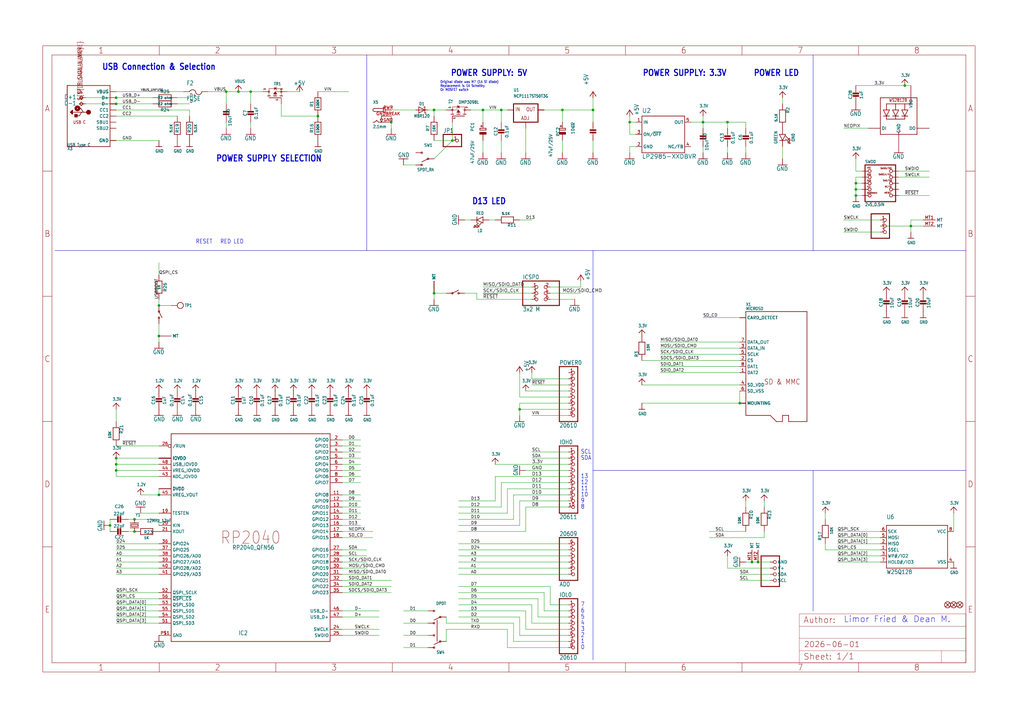
<source format=kicad_sch>
(kicad_sch (version 20230121) (generator eeschema)
  (paper "User" 425.45 300.634)
  (junction (at 261.62 50.8))
  (junction (at 215.9 170.18))
  (junction (at 55.88 215.9))
  (junction (at 355.6 81.28))
  (junction (at 355.6 78.74))
  (junction (at 48.26 195.58))
  (junction (at 66.04 205.74))
  (junction (at 162.56 50.8))
  (junction (at 314.96 233.68))
  (junction (at 292.1 50.8))
  (junction (at 200.66 45.72))
  (junction (at 48.26 43.18))
  (junction (at 48.26 190.5))
  (junction (at 132.08 48.26))
  (junction (at 187.96 58.42))
  (junction (at 302.26 50.8))
  (junction (at 378.46 93.98))
  (junction (at 104.14 38.1))
  (junction (at 45.72 218.44))
  (junction (at 48.26 193.04))
  (junction (at 66.04 127))
  (junction (at 208.28 45.72))
  (junction (at 99.06 38.1))
  (junction (at 312.42 233.68))
  (junction (at 48.26 40.64))
  (junction (at 55.88 220.98))
  (junction (at 66.04 139.7))
  (junction (at 375.92 35.56))
  (junction (at 233.68 45.72))
  (junction (at 180.34 45.72))
  (junction (at 307.34 167.64))
  (junction (at 93.98 38.1))
  (junction (at 246.38 45.72))
  (junction (at 180.34 121.92))
  (junction (at 355.6 76.2))
  (wire (pts (xy 66.04 228.6) (xy 48.26 228.6)) (stroke (width 0.1524)))
  (wire (pts (xy 226.06 246.38) (xy 190.5 246.38)) (stroke (width 0.1524)))
  (wire (pts (xy 292.1 50.8) (xy 292.1 53.34)) (stroke (width 0.1524)))
  (wire (pts (xy 66.04 58.42) (xy 48.26 58.42)) (stroke (width 0.1524)))
  (wire (pts (xy 48.26 45.72) (xy 78.74 45.72)) (stroke (width 0.1524)))
  (wire (pts (xy 302.26 50.8) (xy 309.88 50.8)) (stroke (width 0.1524)))
  (wire (pts (xy 218.44 63.5) (xy 218.44 53.34)) (stroke (width 0.1524)))
  (wire (pts (xy 215.9 256.54) (xy 190.5 256.54)) (stroke (width 0.1524)))
  (wire (pts (xy 365.76 226.06) (xy 347.98 226.06)) (stroke (width 0.1524)))
  (wire (pts (xy 142.24 241.3) (xy 162.56 241.3)) (stroke (width 0.1524)))
  (wire (pts (xy 236.22 193.04) (xy 205.74 193.04)) (stroke (width 0.1524)))
  (wire (pts (xy 190.5 208.28) (xy 205.74 208.28)) (stroke (width 0.1524)))
  (wire (pts (xy 246.38 40.64) (xy 246.38 45.72)) (stroke (width 0.1524)))
  (wire (pts (xy 66.04 246.38) (xy 48.26 246.38)) (stroke (width 0.1524)))
  (wire (pts (xy 246.38 45.72) (xy 246.38 50.8)) (stroke (width 0.1524)))
  (wire (pts (xy 342.9 213.36) (xy 342.9 215.9)) (stroke (width 0.1524)))
  (polyline (pts (xy 246.38 104.14) (xy 152.4 104.14)) (stroke (width 0.1524) (type solid)))
  (wire (pts (xy 358.14 71.12) (xy 355.6 71.12)) (stroke (width 0.1524)))
  (wire (pts (xy 317.5 208.28) (xy 317.5 210.82)) (stroke (width 0.1524)))
  (wire (pts (xy 48.26 233.68) (xy 66.04 233.68)) (stroke (width 0.1524)))
  (wire (pts (xy 378.46 91.44) (xy 383.54 91.44)) (stroke (width 0.1524)))
  (polyline (pts (xy 152.4 104.14) (xy 152.4 22.86)) (stroke (width 0.1524) (type solid)))
  (wire (pts (xy 93.98 38.1) (xy 99.06 38.1)) (stroke (width 0.1524)))
  (wire (pts (xy 210.82 269.24) (xy 210.82 261.62)) (stroke (width 0.1524)))
  (wire (pts (xy 116.84 43.18) (xy 116.84 48.26)) (stroke (width 0.1524)))
  (wire (pts (xy 347.98 223.52) (xy 365.76 223.52)) (stroke (width 0.1524)))
  (wire (pts (xy 365.76 231.14) (xy 347.98 231.14)) (stroke (width 0.1524)))
  (wire (pts (xy 48.26 193.04) (xy 48.26 190.5)) (stroke (width 0.1524)))
  (wire (pts (xy 294.64 223.52) (xy 317.5 223.52)) (stroke (width 0.1524)))
  (wire (pts (xy 180.34 121.92) (xy 180.34 124.46)) (stroke (width 0.1524)))
  (wire (pts (xy 236.22 170.18) (xy 215.9 170.18)) (stroke (width 0.1524)))
  (wire (pts (xy 274.32 142.24) (xy 307.34 142.24)) (stroke (width 0.1524)))
  (wire (pts (xy 292.1 48.26) (xy 292.1 50.8)) (stroke (width 0.1524)))
  (wire (pts (xy 48.26 226.06) (xy 66.04 226.06)) (stroke (width 0.1524)))
  (wire (pts (xy 307.34 132.08) (xy 292.1 132.08)) (stroke (width 0.1524)))
  (wire (pts (xy 220.98 124.46) (xy 198.12 124.46)) (stroke (width 0.1524)))
  (wire (pts (xy 302.26 60.96) (xy 302.26 63.5)) (stroke (width 0.1524)))
  (wire (pts (xy 190.5 226.06) (xy 236.22 226.06)) (stroke (width 0.1524)))
  (wire (pts (xy 317.5 223.52) (xy 317.5 220.98)) (stroke (width 0.1524)))
  (wire (pts (xy 190.5 254) (xy 218.44 254)) (stroke (width 0.1524)))
  (wire (pts (xy 218.44 254) (xy 218.44 261.62)) (stroke (width 0.1524)))
  (wire (pts (xy 373.38 81.28) (xy 386.08 81.28)) (stroke (width 0.1524)))
  (wire (pts (xy 228.6 121.92) (xy 241.3 121.92)) (stroke (width 0.1524)))
  (wire (pts (xy 307.34 154.94) (xy 274.32 154.94)) (stroke (width 0.1524)))
  (wire (pts (xy 190.5 248.92) (xy 223.52 248.92)) (stroke (width 0.1524)))
  (wire (pts (xy 66.04 213.36) (xy 58.42 213.36)) (stroke (width 0.1524)))
  (wire (pts (xy 187.96 58.42) (xy 187.96 50.8)) (stroke (width 0.1524)))
  (wire (pts (xy 58.42 205.74) (xy 66.04 205.74)) (stroke (width 0.1524)))
  (wire (pts (xy 48.26 170.18) (xy 48.26 175.26)) (stroke (width 0.1524)))
  (wire (pts (xy 66.04 190.5) (xy 48.26 190.5)) (stroke (width 0.1524)))
  (wire (pts (xy 48.26 198.12) (xy 48.26 195.58)) (stroke (width 0.1524)))
  (wire (pts (xy 78.74 45.72) (xy 78.74 48.26)) (stroke (width 0.1524)))
  (wire (pts (xy 236.22 259.08) (xy 220.98 259.08)) (stroke (width 0.1524)))
  (wire (pts (xy 48.26 259.08) (xy 66.04 259.08)) (stroke (width 0.1524)))
  (wire (pts (xy 236.22 269.24) (xy 210.82 269.24)) (stroke (width 0.1524)))
  (wire (pts (xy 66.04 193.04) (xy 48.26 193.04)) (stroke (width 0.1524)))
  (wire (pts (xy 213.36 215.9) (xy 213.36 205.74)) (stroke (width 0.1524)))
  (wire (pts (xy 307.34 147.32) (xy 274.32 147.32)) (stroke (width 0.1524)))
  (wire (pts (xy 261.62 50.8) (xy 264.16 50.8)) (stroke (width 0.1524)))
  (wire (pts (xy 233.68 45.72) (xy 233.68 50.8)) (stroke (width 0.1524)))
  (wire (pts (xy 142.24 218.44) (xy 149.86 218.44)) (stroke (width 0.1524)))
  (wire (pts (xy 142.24 210.82) (xy 149.86 210.82)) (stroke (width 0.1524)))
  (wire (pts (xy 307.34 152.4) (xy 274.32 152.4)) (stroke (width 0.1524)))
  (wire (pts (xy 142.24 213.36) (xy 149.86 213.36)) (stroke (width 0.1524)))
  (wire (pts (xy 193.04 91.44) (xy 195.58 91.44)) (stroke (width 0.1524)))
  (wire (pts (xy 325.12 40.64) (xy 325.12 43.18)) (stroke (width 0.1524)))
  (wire (pts (xy 190.5 220.98) (xy 218.44 220.98)) (stroke (width 0.1524)))
  (wire (pts (xy 142.24 187.96) (xy 149.86 187.96)) (stroke (width 0.1524)))
  (wire (pts (xy 378.46 35.56) (xy 375.92 35.56)) (stroke (width 0.1524)))
  (wire (pts (xy 378.46 93.98) (xy 378.46 91.44)) (stroke (width 0.1524)))
  (wire (pts (xy 365.76 93.98) (xy 378.46 93.98)) (stroke (width 0.1524)))
  (wire (pts (xy 309.88 210.82) (xy 309.88 208.28)) (stroke (width 0.1524)))
  (wire (pts (xy 177.8 259.08) (xy 167.64 259.08)) (stroke (width 0.1524)))
  (wire (pts (xy 302.26 236.22) (xy 320.04 236.22)) (stroke (width 0.1524)))
  (wire (pts (xy 66.04 114.3) (xy 66.04 109.22)) (stroke (width 0.1524)))
  (wire (pts (xy 180.34 48.26) (xy 180.34 45.72)) (stroke (width 0.1524)))
  (wire (pts (xy 241.3 119.38) (xy 228.6 119.38)) (stroke (width 0.1524)))
  (wire (pts (xy 142.24 215.9) (xy 149.86 215.9)) (stroke (width 0.1524)))
  (wire (pts (xy 63.5 43.18) (xy 48.26 43.18)) (stroke (width 0.1524)))
  (wire (pts (xy 119.38 38.1) (xy 124.46 38.1)) (stroke (width 0.1524)))
  (wire (pts (xy 213.36 205.74) (xy 236.22 205.74)) (stroke (width 0.1524)))
  (wire (pts (xy 236.22 264.16) (xy 215.9 264.16)) (stroke (width 0.1524)))
  (wire (pts (xy 48.26 48.26) (xy 73.66 48.26)) (stroke (width 0.1524)))
  (wire (pts (xy 66.04 248.92) (xy 48.26 248.92)) (stroke (width 0.1524)))
  (wire (pts (xy 48.26 251.46) (xy 66.04 251.46)) (stroke (width 0.1524)))
  (wire (pts (xy 66.04 215.9) (xy 66.04 218.44)) (stroke (width 0.1524)))
  (wire (pts (xy 55.88 215.9) (xy 53.34 215.9)) (stroke (width 0.1524)))
  (wire (pts (xy 358.14 73.66) (xy 355.6 73.66)) (stroke (width 0.1524)))
  (wire (pts (xy 236.22 190.5) (xy 220.98 190.5)) (stroke (width 0.1524)))
  (wire (pts (xy 314.96 233.68) (xy 320.04 233.68)) (stroke (width 0.1524)))
  (wire (pts (xy 66.04 195.58) (xy 48.26 195.58)) (stroke (width 0.1524)))
  (wire (pts (xy 210.82 203.2) (xy 210.82 213.36)) (stroke (width 0.1524)))
  (wire (pts (xy 45.72 220.98) (xy 45.72 218.44)) (stroke (width 0.1524)))
  (wire (pts (xy 185.42 261.62) (xy 185.42 266.7)) (stroke (width 0.1524)))
  (wire (pts (xy 236.22 238.76) (xy 190.5 238.76)) (stroke (width 0.1524)))
  (wire (pts (xy 162.56 50.8) (xy 162.56 53.34)) (stroke (width 0.1524)))
  (wire (pts (xy 309.88 53.34) (xy 309.88 50.8)) (stroke (width 0.1524)))
  (wire (pts (xy 45.72 218.44) (xy 45.72 215.9)) (stroke (width 0.1524)))
  (wire (pts (xy 142.24 256.54) (xy 157.48 256.54)) (stroke (width 0.1524)))
  (wire (pts (xy 358.14 81.28) (xy 355.6 81.28)) (stroke (width 0.1524)))
  (polyline (pts (xy 246.38 274.32) (xy 246.38 195.58)) (stroke (width 0.1524) (type solid)))
  (wire (pts (xy 190.5 231.14) (xy 236.22 231.14)) (stroke (width 0.1524)))
  (wire (pts (xy 218.44 210.82) (xy 236.22 210.82)) (stroke (width 0.1524)))
  (wire (pts (xy 218.44 261.62) (xy 236.22 261.62)) (stroke (width 0.1524)))
  (wire (pts (xy 142.24 236.22) (xy 152.4 236.22)) (stroke (width 0.1524)))
  (wire (pts (xy 220.98 119.38) (xy 200.66 119.38)) (stroke (width 0.1524)))
  (wire (pts (xy 246.38 58.42) (xy 246.38 63.5)) (stroke (width 0.1524)))
  (wire (pts (xy 99.06 38.1) (xy 104.14 38.1)) (stroke (width 0.1524)))
  (wire (pts (xy 66.04 231.14) (xy 48.26 231.14)) (stroke (width 0.1524)))
  (wire (pts (xy 375.92 35.56) (xy 355.6 35.56)) (stroke (width 0.1524)))
  (wire (pts (xy 195.58 45.72) (xy 200.66 45.72)) (stroke (width 0.1524)))
  (wire (pts (xy 220.98 160.02) (xy 236.22 160.02)) (stroke (width 0.1524)))
  (wire (pts (xy 355.6 76.2) (xy 355.6 78.74)) (stroke (width 0.1524)))
  (wire (pts (xy 342.9 226.06) (xy 342.9 228.6)) (stroke (width 0.1524)))
  (wire (pts (xy 325.12 60.96) (xy 325.12 66.04)) (stroke (width 0.1524)))
  (wire (pts (xy 373.38 71.12) (xy 386.08 71.12)) (stroke (width 0.1524)))
  (wire (pts (xy 238.76 124.46) (xy 228.6 124.46)) (stroke (width 0.1524)))
  (wire (pts (xy 208.28 210.82) (xy 190.5 210.82)) (stroke (width 0.1524)))
  (wire (pts (xy 208.28 210.82) (xy 208.28 200.66)) (stroke (width 0.1524)))
  (wire (pts (xy 307.34 241.3) (xy 320.04 241.3)) (stroke (width 0.1524)))
  (wire (pts (xy 142.24 228.6) (xy 152.4 228.6)) (stroke (width 0.1524)))
  (wire (pts (xy 320.04 238.76) (xy 307.34 238.76)) (stroke (width 0.1524)))
  (wire (pts (xy 218.44 220.98) (xy 218.44 210.82)) (stroke (width 0.1524)))
  (wire (pts (xy 264.16 60.96) (xy 261.62 60.96)) (stroke (width 0.1524)))
  (wire (pts (xy 48.26 43.18) (xy 35.56 43.18)) (stroke (width 0.1524)))
  (wire (pts (xy 355.6 78.74) (xy 358.14 78.74)) (stroke (width 0.1524)))
  (wire (pts (xy 200.66 63.5) (xy 200.66 58.42)) (stroke (width 0.1524)))
  (wire (pts (xy 48.26 38.1) (xy 76.2 38.1)) (stroke (width 0.1524)))
  (wire (pts (xy 226.06 45.72) (xy 233.68 45.72)) (stroke (width 0.1524)))
  (wire (pts (xy 220.98 251.46) (xy 190.5 251.46)) (stroke (width 0.1524)))
  (wire (pts (xy 48.26 195.58) (xy 48.26 193.04)) (stroke (width 0.1524)))
  (wire (pts (xy 180.34 45.72) (xy 185.42 45.72)) (stroke (width 0.1524)))
  (polyline (pts (xy 246.38 195.58) (xy 246.38 104.14)) (stroke (width 0.1524) (type solid)))
  (wire (pts (xy 190.5 236.22) (xy 236.22 236.22)) (stroke (width 0.1524)))
  (wire (pts (xy 236.22 233.68) (xy 190.5 233.68)) (stroke (width 0.1524)))
  (wire (pts (xy 236.22 167.64) (xy 215.9 167.64)) (stroke (width 0.1524)))
  (wire (pts (xy 142.24 243.84) (xy 162.56 243.84)) (stroke (width 0.1524)))
  (wire (pts (xy 309.88 233.68) (xy 312.42 233.68)) (stroke (width 0.1524)))
  (polyline (pts (xy 337.82 104.14) (xy 246.38 104.14)) (stroke (width 0.1524) (type solid)))
  (polyline (pts (xy 337.82 104.14) (xy 401.32 104.14)) (stroke (width 0.1524) (type solid)))
  (wire (pts (xy 73.66 40.64) (xy 78.74 40.64)) (stroke (width 0.1524)))
  (wire (pts (xy 365.76 220.98) (xy 347.98 220.98)) (stroke (width 0.1524)))
  (wire (pts (xy 55.88 215.9) (xy 66.04 215.9)) (stroke (width 0.1524)))
  (wire (pts (xy 66.04 127) (xy 66.04 124.46)) (stroke (width 0.1524)))
  (wire (pts (xy 220.98 172.72) (xy 236.22 172.72)) (stroke (width 0.1524)))
  (wire (pts (xy 228.6 251.46) (xy 236.22 251.46)) (stroke (width 0.1524)))
  (wire (pts (xy 213.36 266.7) (xy 236.22 266.7)) (stroke (width 0.1524)))
  (wire (pts (xy 302.26 50.8) (xy 302.26 53.34)) (stroke (width 0.1524)))
  (wire (pts (xy 185.42 259.08) (xy 185.42 256.54)) (stroke (width 0.1524)))
  (wire (pts (xy 198.12 121.92) (xy 198.12 124.46)) (stroke (width 0.1524)))
  (wire (pts (xy 66.04 139.7) (xy 66.04 142.24)) (stroke (width 0.1524)))
  (wire (pts (xy 172.72 68.58) (xy 167.64 68.58)) (stroke (width 0.1524)))
  (wire (pts (xy 205.74 198.12) (xy 236.22 198.12)) (stroke (width 0.1524)))
  (wire (pts (xy 177.8 264.16) (xy 167.64 264.16)) (stroke (width 0.1524)))
  (wire (pts (xy 177.8 254) (xy 167.64 254)) (stroke (width 0.1524)))
  (wire (pts (xy 48.26 40.64) (xy 63.5 40.64)) (stroke (width 0.1524)))
  (wire (pts (xy 104.14 50.8) (xy 104.14 53.34)) (stroke (width 0.1524)))
  (wire (pts (xy 104.14 43.18) (xy 104.14 38.1)) (stroke (width 0.1524)))
  (wire (pts (xy 223.52 256.54) (xy 236.22 256.54)) (stroke (width 0.1524)))
  (wire (pts (xy 355.6 73.66) (xy 355.6 76.2)) (stroke (width 0.1524)))
  (wire (pts (xy 142.24 198.12) (xy 149.86 198.12)) (stroke (width 0.1524)))
  (polyline (pts (xy 22.86 104.14) (xy 152.4 104.14)) (stroke (width 0.1524) (type solid)))
  (wire (pts (xy 233.68 45.72) (xy 246.38 45.72)) (stroke (width 0.1524)))
  (wire (pts (xy 208.28 45.72) (xy 200.66 45.72)) (stroke (width 0.1524)))
  (wire (pts (xy 266.7 149.86) (xy 307.34 149.86)) (stroke (width 0.1524)))
  (polyline (pts (xy 337.82 195.58) (xy 246.38 195.58)) (stroke (width 0.1524) (type solid)))
  (wire (pts (xy 190.5 243.84) (xy 228.6 243.84)) (stroke (width 0.1524)))
  (polyline (pts (xy 337.82 195.58) (xy 337.82 254)) (stroke (width 0.1524) (type solid)))
  (wire (pts (xy 236.22 208.28) (xy 215.9 208.28)) (stroke (width 0.1524)))
  (wire (pts (xy 312.42 233.68) (xy 314.96 233.68)) (stroke (width 0.1524)))
  (wire (pts (xy 220.98 154.94) (xy 220.98 157.48)) (stroke (width 0.1524)))
  (wire (pts (xy 142.24 223.52) (xy 154.94 223.52)) (stroke (width 0.1524)))
  (wire (pts (xy 187.96 58.42) (xy 180.34 58.42)) (stroke (width 0.1524)))
  (wire (pts (xy 205.74 91.44) (xy 203.2 91.44)) (stroke (width 0.1524)))
  (wire (pts (xy 48.26 254) (xy 66.04 254)) (stroke (width 0.1524)))
  (wire (pts (xy 53.34 220.98) (xy 55.88 220.98)) (stroke (width 0.1524)))
  (wire (pts (xy 66.04 236.22) (xy 48.26 236.22)) (stroke (width 0.1524)))
  (wire (pts (xy 142.24 205.74) (xy 149.86 205.74)) (stroke (width 0.1524)))
  (wire (pts (xy 220.98 259.08) (xy 220.98 251.46)) (stroke (width 0.1524)))
  (wire (pts (xy 190.5 215.9) (xy 213.36 215.9)) (stroke (width 0.1524)))
  (wire (pts (xy 386.08 73.66) (xy 373.38 73.66)) (stroke (width 0.1524)))
  (wire (pts (xy 236.22 162.56) (xy 218.44 162.56)) (stroke (width 0.1524)))
  (wire (pts (xy 236.22 187.96) (xy 220.98 187.96)) (stroke (width 0.1524)))
  (wire (pts (xy 198.12 121.92) (xy 193.04 121.92)) (stroke (width 0.1524)))
  (wire (pts (xy 355.6 81.28) (xy 355.6 78.74)) (stroke (width 0.1524)))
  (wire (pts (xy 215.9 208.28) (xy 215.9 218.44)) (stroke (width 0.1524)))
  (wire (pts (xy 309.88 60.96) (xy 309.88 63.5)) (stroke (width 0.1524)))
  (wire (pts (xy 215.9 167.64) (xy 215.9 170.18)) (stroke (width 0.1524)))
  (wire (pts (xy 162.56 45.72) (xy 172.72 45.72)) (stroke (width 0.1524)))
  (wire (pts (xy 210.82 213.36) (xy 190.5 213.36)) (stroke (width 0.1524)))
  (wire (pts (xy 287.02 50.8) (xy 292.1 50.8)) (stroke (width 0.1524)))
  (wire (pts (xy 355.6 71.12) (xy 355.6 66.04)) (stroke (width 0.1524)))
  (wire (pts (xy 365.76 91.44) (xy 350.52 91.44)) (stroke (width 0.1524)))
  (wire (pts (xy 48.26 238.76) (xy 66.04 238.76)) (stroke (width 0.1524)))
  (wire (pts (xy 177.8 269.24) (xy 167.64 269.24)) (stroke (width 0.1524)))
  (wire (pts (xy 157.48 261.62) (xy 142.24 261.62)) (stroke (width 0.1524)))
  (wire (pts (xy 236.22 203.2) (xy 210.82 203.2)) (stroke (width 0.1524)))
  (wire (pts (xy 355.6 76.2) (xy 358.14 76.2)) (stroke (width 0.1524)))
  (wire (pts (xy 142.24 190.5) (xy 149.86 190.5)) (stroke (width 0.1524)))
  (wire (pts (xy 365.76 96.52) (xy 350.52 96.52)) (stroke (width 0.1524)))
  (wire (pts (xy 215.9 170.18) (xy 215.9 172.72)) (stroke (width 0.1524)))
  (wire (pts (xy 215.9 154.94) (xy 215.9 165.1)) (stroke (width 0.1524)))
  (wire (pts (xy 307.34 162.56) (xy 307.34 167.64)) (stroke (width 0.1524)))
  (polyline (pts (xy 401.32 195.58) (xy 337.82 195.58)) (stroke (width 0.1524) (type solid)))
  (wire (pts (xy 142.24 200.66) (xy 149.86 200.66)) (stroke (width 0.1524)))
  (wire (pts (xy 142.24 220.98) (xy 154.94 220.98)) (stroke (width 0.1524)))
  (wire (pts (xy 236.22 254) (xy 226.06 254)) (stroke (width 0.1524)))
  (wire (pts (xy 261.62 48.26) (xy 261.62 50.8)) (stroke (width 0.1524)))
  (wire (pts (xy 292.1 60.96) (xy 292.1 63.5)) (stroke (width 0.1524)))
  (wire (pts (xy 48.26 256.54) (xy 66.04 256.54)) (stroke (width 0.1524)))
  (wire (pts (xy 236.22 228.6) (xy 190.5 228.6)) (stroke (width 0.1524)))
  (wire (pts (xy 226.06 254) (xy 226.06 246.38)) (stroke (width 0.1524)))
  (wire (pts (xy 93.98 50.8) (xy 93.98 53.34)) (stroke (width 0.1524)))
  (wire (pts (xy 236.22 165.1) (xy 215.9 165.1)) (stroke (width 0.1524)))
  (wire (pts (xy 210.82 261.62) (xy 185.42 261.62)) (stroke (width 0.1524)))
  (wire (pts (xy 228.6 243.84) (xy 228.6 251.46)) (stroke (width 0.1524)))
  (wire (pts (xy 233.68 58.42) (xy 233.68 63.5)) (stroke (width 0.1524)))
  (wire (pts (xy 347.98 233.68) (xy 365.76 233.68)) (stroke (width 0.1524)))
  (wire (pts (xy 142.24 208.28) (xy 149.86 208.28)) (stroke (width 0.1524)))
  (wire (pts (xy 378.46 93.98) (xy 383.54 93.98)) (stroke (width 0.1524)))
  (wire (pts (xy 396.24 213.36) (xy 396.24 220.98)) (stroke (width 0.1524)))
  (wire (pts (xy 210.82 45.72) (xy 208.28 45.72)) (stroke (width 0.1524)))
  (wire (pts (xy 48.26 40.64) (xy 35.56 40.64)) (stroke (width 0.1524)))
  (wire (pts (xy 187.96 58.42) (xy 180.34 66.04)) (stroke (width 0.1524)))
  (wire (pts (xy 132.08 48.26) (xy 116.84 48.26)) (stroke (width 0.1524)))
  (wire (pts (xy 208.28 58.42) (xy 208.28 63.5)) (stroke (width 0.1524)))
  (wire (pts (xy 200.66 50.8) (xy 200.66 45.72)) (stroke (width 0.1524)))
  (wire (pts (xy 236.22 195.58) (xy 218.44 195.58)) (stroke (width 0.1524)))
  (wire (pts (xy 149.86 193.04) (xy 142.24 193.04)) (stroke (width 0.1524)))
  (wire (pts (xy 208.28 200.66) (xy 236.22 200.66)) (stroke (width 0.1524)))
  (wire (pts (xy 215.9 218.44) (xy 190.5 218.44)) (stroke (width 0.1524)))
  (wire (pts (xy 71.12 127) (xy 66.04 127)) (stroke (width 0.1524)))
  (wire (pts (xy 205.74 208.28) (xy 205.74 198.12)) (stroke (width 0.1524)))
  (wire (pts (xy 264.16 55.88) (xy 261.62 55.88)) (stroke (width 0.1524)))
  (wire (pts (xy 220.98 121.92) (xy 200.66 121.92)) (stroke (width 0.1524)))
  (wire (pts (xy 93.98 38.1) (xy 93.98 43.18)) (stroke (width 0.1524)))
  (wire (pts (xy 142.24 233.68) (xy 152.4 233.68)) (stroke (width 0.1524)))
  (wire (pts (xy 307.34 144.78) (xy 274.32 144.78)) (stroke (width 0.1524)))
  (wire (pts (xy 86.36 38.1) (xy 93.98 38.1)) (stroke (width 0.1524)))
  (wire (pts (xy 215.9 264.16) (xy 215.9 256.54)) (stroke (width 0.1524)))
  (wire (pts (xy 266.7 160.02) (xy 307.34 160.02)) (stroke (width 0.1524)))
  (wire (pts (xy 177.8 45.72) (xy 180.34 45.72)) (stroke (width 0.1524)))
  (wire (pts (xy 378.46 93.98) (xy 378.46 96.52)) (stroke (width 0.1524)))
  (wire (pts (xy 241.3 116.84) (xy 241.3 119.38)) (stroke (width 0.1524)))
  (wire (pts (xy 261.62 55.88) (xy 261.62 50.8)) (stroke (width 0.1524)))
  (wire (pts (xy 66.04 139.7) (xy 66.04 134.62)) (stroke (width 0.1524)))
  (wire (pts (xy 220.98 157.48) (xy 236.22 157.48)) (stroke (width 0.1524)))
  (wire (pts (xy 307.34 167.64) (xy 266.7 167.64)) (stroke (width 0.1524)))
  (wire (pts (xy 302.26 231.14) (xy 302.26 236.22)) (stroke (width 0.1524)))
  (wire (pts (xy 66.04 198.12) (xy 48.26 198.12)) (stroke (width 0.1524)))
  (wire (pts (xy 261.62 60.96) (xy 261.62 63.5)) (stroke (width 0.1524)))
  (wire (pts (xy 142.24 238.76) (xy 152.4 238.76)) (stroke (width 0.1524)))
  (wire (pts (xy 185.42 259.08) (xy 213.36 259.08)) (stroke (width 0.1524)))
  (wire (pts (xy 104.14 38.1) (xy 109.22 38.1)) (stroke (width 0.1524)))
  (wire (pts (xy 294.64 220.98) (xy 309.88 220.98)) (stroke (width 0.1524)))
  (wire (pts (xy 142.24 182.88) (xy 149.86 182.88)) (stroke (width 0.1524)))
  (wire (pts (xy 142.24 195.58) (xy 149.86 195.58)) (stroke (width 0.1524)))
  (wire (pts (xy 66.04 185.42) (xy 48.26 185.42)) (stroke (width 0.1524)))
  (wire (pts (xy 66.04 203.2) (xy 66.04 205.74)) (stroke (width 0.1524)))
  (wire (pts (xy 132.08 38.1) (xy 144.78 38.1)) (stroke (width 0.1524)))
  (wire (pts (xy 142.24 231.14) (xy 152.4 231.14)) (stroke (width 0.1524)))
  (wire (pts (xy 208.28 45.72) (xy 208.28 50.8)) (stroke (width 0.1524)))
  (wire (pts (xy 213.36 259.08) (xy 213.36 266.7)) (stroke (width 0.1524)))
  (wire (pts (xy 360.68 53.34) (xy 350.52 53.34)) (stroke (width 0.1524)))
  (wire (pts (xy 220.98 91.44) (xy 215.9 91.44)) (stroke (width 0.1524)))
  (wire (pts (xy 149.86 185.42) (xy 142.24 185.42)) (stroke (width 0.1524)))
  (wire (pts (xy 78.74 43.18) (xy 73.66 43.18)) (stroke (width 0.1524)))
  (wire (pts (xy 162.56 48.26) (xy 162.56 50.8)) (stroke (width 0.1524)))
  (wire (pts (xy 142.24 246.38) (xy 162.56 246.38)) (stroke (width 0.1524)))
  (wire (pts (xy 292.1 50.8) (xy 302.26 50.8)) (stroke (width 0.1524)))
  (wire (pts (xy 142.24 264.16) (xy 157.48 264.16)) (stroke (width 0.1524)))
  (wire (pts (xy 185.42 121.92) (xy 180.34 121.92)) (stroke (width 0.1524)))
  (wire (pts (xy 342.9 228.6) (xy 365.76 228.6)) (stroke (width 0.1524)))
  (wire (pts (xy 223.52 248.92) (xy 223.52 256.54)) (stroke (width 0.1524)))
  (polyline (pts (xy 337.82 22.86) (xy 337.82 104.14)) (stroke (width 0.1524) (type solid)))
  (wire (pts (xy 142.24 254) (xy 157.48 254)) (stroke (width 0.1524)))
  (text "8" (at 241.3 210.82 0) (effects (font (size 1.778 1.5113)) (justify left)))
  (text "USB Connection & Selection" (at 66.04 27.94 0) (effects (font (size 2.54 2.159) (thickness 0.4318) bold)))
  (text "RESET" (at 81.28 101.6 0) (effects (font (size 1.778 1.5113)) (justify left bottom)))
  (text "Limor Fried & Dean M." (at 350.52 259.08 0) (effects (font (size 2.54 2.54)) (justify left bottom)))
  (text "6" (at 241.3 254 0) (effects (font (size 1.778 1.5113)) (justify left)))
  (text "POWER SUPPLY: 5V" (at 203.2 30.48 0) (effects (font (size 2.54 2.159) (thickness 0.4318) bold)))
  (text "5" (at 241.3 256.54 0) (effects (font (size 1.778 1.5113)) (justify left)))
  (text "SDA" (at 241.3 190.5 0) (effects (font (size 1.778 1.5113)) (justify left)))
  (text "12" (at 241.3 200.66 0) (effects (font (size 1.778 1.5113)) (justify left)))
  (text "POWER LED" (at 322.58 30.48 0) (effects (font (size 2.54 2.159) (thickness 0.4318) bold)))
  (text "POWER SUPPLY: 3.3V" (at 284.48 30.48 0) (effects (font (size 2.54 2.159) (thickness 0.4318) bold)))
  (text "3" (at 241.3 261.62 0) (effects (font (size 1.778 1.5113)) (justify left)))
  (text "2" (at 241.3 264.16 0) (effects (font (size 1.778 1.5113)) (justify left)))
  (text "RED LED" (at 91.44 101.6 0) (effects (font (size 1.778 1.5113)) (justify left bottom)))
  (text "1" (at 241.3 266.7 0) (effects (font (size 1.778 1.5113)) (justify left)))
  (text "Original diode was M7 (1A Si diode)\nReplacement is 1A Schottky\nOr MOSFET switch" (at 182.88 38.1 0) (effects (font (size 1.016 0.8636)) (justify left bottom)))
  (text "13" (at 241.3 198.12 0) (effects (font (size 1.778 1.5113)) (justify left)))
  (text "7" (at 241.3 251.46 0) (effects (font (size 1.778 1.5113)) (justify left)))
  (text "10" (at 241.3 205.74 0) (effects (font (size 1.778 1.5113)) (justify left)))
  (text "POWER SUPPLY SELECTION" (at 111.76 66.04 0) (effects (font (size 2.54 2.159) (thickness 0.4318) bold)))
  (text "0" (at 241.3 269.24 0) (effects (font (size 1.778 1.5113)) (justify left)))
  (text "D13 LED" (at 203.2 83.82 0) (effects (font (size 2.54 2.159) (thickness 0.4318) bold)))
  (text "4" (at 241.3 259.08 0) (effects (font (size 1.778 1.5113)) (justify left)))
  (text "11" (at 241.3 203.2 0) (effects (font (size 1.778 1.5113)) (justify left)))
  (text "9" (at 241.3 208.28 0) (effects (font (size 1.778 1.5113)) (justify left)))
  (text "SCL" (at 241.3 187.96 0) (effects (font (size 1.778 1.5113)) (justify left)))
  (label "D0" (at 170.18 264.16 0) (effects (font (size 1.2446 1.2446))))
  (label "SDIO_DAT2" (at 144.78 243.84 0) (effects (font (size 1.2446 1.2446))))
  (label "D5" (at 144.78 195.58 0) (effects (font (size 1.2446 1.2446))))
  (label "VBUS" (at 88.9 38.1 0) (effects (font (size 1.2446 1.2446))))
  (label "SDIO_DAT2" (at 274.32 154.94 0) (effects (font (size 1.2446 1.2446))))
  (label "MISO/SDIO_DAT0" (at 144.78 238.76 0) (effects (font (size 1.2446 1.2446))))
  (label "MISO/SDIO_DAT0" (at 274.32 142.24 0) (effects (font (size 1.2446 1.2446))))
  (label "D7" (at 144.78 200.66 0) (effects (font (size 1.2446 1.2446))))
  (label "A2" (at 48.26 236.22 0) (effects (font (size 1.2446 1.2446))))
  (label "SDA" (at 220.98 190.5 0) (effects (font (size 1.2446 1.2446))))
  (label "D+" (at 78.74 40.64 0) (effects (font (size 1.2446 1.2446))))
  (label "MOSI/SDIO_CMD" (at 233.68 121.92 0) (effects (font (size 1.3513 1.3513))))
  (label "D-" (at 147.32 254 0) (effects (font (size 1.2446 1.2446))))
  (label "QSPI_DATA[1]" (at 347.98 226.06 0) (effects (font (size 1.2446 1.2446))))
  (label "D1" (at 170.18 254 0) (effects (font (size 1.2446 1.2446))))
  (label "D4" (at 195.58 251.46 0) (effects (font (size 1.2446 1.2446))))
  (label "RXD" (at 195.58 261.62 0) (effects (font (size 1.2446 1.2446))))
  (label "~{RESET}" (at 200.66 124.46 0) (effects (font (size 1.3513 1.3513))))
  (label "D1" (at 170.18 269.24 0) (effects (font (size 1.2446 1.2446))))
  (label "D2" (at 144.78 187.96 0) (effects (font (size 1.2446 1.2446))))
  (label "D3" (at 144.78 190.5 0) (effects (font (size 1.2446 1.2446))))
  (label "QSPI_SCK" (at 347.98 220.98 0) (effects (font (size 1.2446 1.2446))))
  (label "D11" (at 144.78 213.36 0) (effects (font (size 1.2446 1.2446))))
  (label "D13" (at 195.58 208.28 0) (effects (font (size 1.2446 1.2446))))
  (label "SWCLK" (at 147.32 261.62 0) (effects (font (size 1.2446 1.2446))))
  (label "QSPI_DATA[3]" (at 48.26 259.08 0) (effects (font (size 1.2446 1.2446))))
  (label "D10" (at 144.78 210.82 0) (effects (font (size 1.2446 1.2446))))
  (label "SCK/SDIO_CLK" (at 144.78 233.68 0) (effects (font (size 1.2446 1.2446))))
  (label "QSPI_CS" (at 347.98 228.6 0) (effects (font (size 1.2446 1.2446))))
  (label "D1" (at 144.78 185.42 0) (effects (font (size 1.2446 1.2446))))
  (label "D10" (at 220.98 205.74 0) (effects (font (size 1.3513 1.3513))))
  (label "USB_D+" (at 50.8 40.64 0) (effects (font (size 1.2446 1.2446))))
  (label "SCK/SDIO_CLK" (at 200.66 121.92 0) (effects (font (size 1.3513 1.3513))))
  (label "D13" (at 144.78 218.44 0) (effects (font (size 1.2446 1.2446))))
  (label "D9" (at 195.58 218.44 0) (effects (font (size 1.2446 1.2446))))
  (label "D5" (at 195.58 248.92 0) (effects (font (size 1.2446 1.2446))))
  (label "D8" (at 144.78 205.74 0) (effects (font (size 1.2446 1.2446))))
  (label "D24" (at 195.58 228.6 0) (effects (font (size 1.2446 1.2446))))
  (label "D2" (at 195.58 256.54 0) (effects (font (size 1.2446 1.2446))))
  (label "D13" (at 220.98 198.12 0) (effects (font (size 1.3513 1.3513))))
  (label "SCL" (at 297.18 220.98 0) (effects (font (size 1.2446 1.2446))))
  (label "D4" (at 144.78 193.04 0) (effects (font (size 1.2446 1.2446))))
  (label "NEOPIX" (at 144.78 220.98 0) (effects (font (size 1.2446 1.2446))))
  (label "NEOPIX" (at 350.52 53.34 0) (effects (font (size 1.2446 1.2446))))
  (label "VIN" (at 220.98 172.72 0) (effects (font (size 1.2446 1.2446))))
  (label "SWCLK" (at 375.92 73.66 0) (effects (font (size 1.2446 1.2446))))
  (label "SDIO_DAT1" (at 144.78 241.3 0) (effects (font (size 1.2446 1.2446))))
  (label "SDA" (at 307.34 238.76 0) (effects (font (size 1.2446 1.2446))))
  (label "A0" (at 195.58 238.76 0) (effects (font (size 1.2446 1.2446))))
  (label "VIN" (at 134.62 38.1 0) (effects (font (size 1.2446 1.2446))))
  (label "~{RESET}" (at 375.92 81.28 0) (effects (font (size 1.2446 1.2446))))
  (label "A3" (at 195.58 231.14 0) (effects (font (size 1.2446 1.2446))))
  (label "VBUS_UNFUSE" (at 58.42 38.1 0) (effects (font (size 0.889 0.889))))
  (label "D6" (at 144.78 198.12 0) (effects (font (size 1.2446 1.2446))))
  (label "QSPI_DATA[0]" (at 347.98 223.52 0) (effects (font (size 1.2446 1.2446))))
  (label "3.3V" (at 363.22 35.56 0) (effects (font (size 1.2446 1.2446))))
  (label "D8" (at 220.98 210.82 0) (effects (font (size 1.3513 1.3513))))
  (label "D6" (at 195.58 246.38 0) (effects (font (size 1.2446 1.2446))))
  (label "D-" (at 78.74 43.18 0) (effects (font (size 1.2446 1.2446))))
  (label "QSPI_DATA[3]" (at 347.98 233.68 0) (effects (font (size 1.2446 1.2446))))
  (label "D0" (at 144.78 182.88 0) (effects (font (size 1.2446 1.2446))))
  (label "3.3V" (at 220.98 193.04 0) (effects (font (size 1.3513 1.3513))))
  (label "D9" (at 220.98 208.28 0) (effects (font (size 1.3513 1.3513))))
  (label "D25" (at 195.58 226.06 0) (effects (font (size 1.2446 1.2446))))
  (label "A1" (at 195.58 236.22 0) (effects (font (size 1.2446 1.2446))))
  (label "A0" (at 48.26 231.14 0) (effects (font (size 1.2446 1.2446))))
  (label "SWDIO" (at 147.32 264.16 0) (effects (font (size 1.2446 1.2446))))
  (label "SWDIO" (at 375.92 71.12 0) (effects (font (size 1.2446 1.2446))))
  (label "D13" (at 218.44 91.44 0) (effects (font (size 1.2446 1.2446))))
  (label "TXD" (at 195.58 259.08 0) (effects (font (size 1.2446 1.2446))))
  (label "QSPI_DATA[2]" (at 347.98 231.14 0) (effects (font (size 1.2446 1.2446))))
  (label "D0" (at 170.18 259.08 0) (effects (font (size 1.2446 1.2446))))
  (label "QSPI_DATA[1]" (at 48.26 254 0) (effects (font (size 1.2446 1.2446))))
  (label "D9" (at 144.78 208.28 0) (effects (font (size 1.2446 1.2446))))
  (label "MISO/SDIO_DAT0" (at 200.66 119.38 0) (effects (font (size 1.3513 1.3513))))
  (label "MOSI/SDIO_CMD" (at 144.78 236.22 0) (effects (font (size 1.2446 1.2446))))
  (label "D24" (at 48.26 226.06 0) (effects (font (size 1.2446 1.2446))))
  (label "D7" (at 195.58 243.84 0) (effects (font (size 1.2446 1.2446))))
  (label "USBBOOT" (at 66.04 124.46 90) (effects (font (size 1.2446 1.2446))))
  (label "D8" (at 195.58 220.98 0) (effects (font (size 1.2446 1.2446))))
  (label "VIN" (at 203.2 45.72 0) (effects (font (size 1.2446 1.2446))))
  (label "SDA" (at 297.18 223.52 0) (effects (font (size 1.2446 1.2446))))
  (label "CC1" (at 50.8 45.72 0) (effects (font (size 1.2446 1.2446))))
  (label "GND" (at 220.98 195.58 0) (effects (font (size 1.3513 1.3513))))
  (label "QSPI_DATA[2]" (at 48.26 256.54 0) (effects (font (size 1.2446 1.2446))))
  (label "D25" (at 48.26 228.6 0) (effects (font (size 1.2446 1.2446))))
  (label "D3" (at 195.58 254 0) (effects (font (size 1.2446 1.2446))))
  (label "QSPI_CS" (at 66.04 114.3 0) (effects (font (size 1.2446 1.2446))))
  (label "D12" (at 144.78 215.9 0) (effects (font (size 1.2446 1.2446))))
  (label "D12" (at 195.58 210.82 0) (effects (font (size 1.2446 1.2446))))
  (label "GND" (at 50.8 58.42 0) (effects (font (size 1.2446 1.2446))))
  (label "D11" (at 195.58 213.36 0) (effects (font (size 1.2446 1.2446))))
  (label "QSPI_CS" (at 48.26 248.92 0) (effects (font (size 1.2446 1.2446))))
  (label "SCL" (at 307.34 241.3 0) (effects (font (size 1.2446 1.2446))))
  (label "A3" (at 48.26 238.76 0) (effects (font (size 1.2446 1.2446))))
  (label "SDCS/SDIO_DAT3" (at 274.32 149.86 0) (effects (font (size 1.2446 1.2446))))
  (label "SWDIO" (at 350.52 96.52 0) (effects (font (size 1.2446 1.2446))))
  (label "D+" (at 147.32 256.54 0) (effects (font (size 1.2446 1.2446))))
  (label "D12" (at 220.98 200.66 0) (effects (font (size 1.3513 1.3513))))
  (label "A2" (at 195.58 233.68 0) (effects (font (size 1.2446 1.2446))))
  (label "QSPI_SCK" (at 48.26 246.38 0) (effects (font (size 1.2446 1.2446))))
  (label "QSPI_DATA[0]" (at 48.26 251.46 0) (effects (font (size 1.2446 1.2446))))
  (label "SDIO_DAT1" (at 274.32 152.4 0) (effects (font (size 1.2446 1.2446))))
  (label "SCL" (at 220.98 187.96 0) (effects (font (size 1.2446 1.2446))))
  (label "D11" (at 220.98 203.2 0) (effects (font (size 1.3513 1.3513))))
  (label "D10" (at 195.58 215.9 0) (effects (font (size 1.2446 1.2446))))
  (label "CC2" (at 50.8 48.26 0) (effects (font (size 1.2446 1.2446))))
  (label "SDA" (at 144.78 228.6 0) (effects (font (size 1.2446 1.2446))))
  (label "SCK/SDIO_CLK" (at 274.32 147.32 0) (effects (font (size 1.2446 1.2446))))
  (label "MOSI/SDIO_CMD" (at 274.32 144.78 0) (effects (font (size 1.2446 1.2446))))
  (label "SDCS/SDIO_DAT3" (at 144.78 246.38 0) (effects (font (size 1.2446 1.2446))))
  (label "SCL" (at 144.78 231.14 0) (effects (font (size 1.2446 1.2446))))
  (label "~{RESET}" (at 50.8 185.42 0) (effects (font (size 1.2446 1.2446))))
  (label "~{RESET}" (at 220.98 160.02 0) (effects (font (size 1.1735 1.1735))))
  (label "SWCLK" (at 350.52 91.44 0) (effects (font (size 1.2446 1.2446))))
  (label "SD_CD" (at 292.1 132.08 0) (effects (font (size 1.2446 1.2446))))
  (label "USB_D-" (at 50.8 43.18 0) (effects (font (size 1.2446 1.2446))))
  (label "A1" (at 48.26 233.68 0) (effects (font (size 1.2446 1.2446))))
  (label "SD_CD" (at 144.78 223.52 0) (effects (font (size 1.2446 1.2446))))
  (symbol (lib_id "working-eagle-import:PowerTags_+5V") (at 124.46 35.56 0) (unit 1)
    (property "Reference" "#P+8" (effects hide))
    (property "Value" "+5V" (at 121.92 35.56 0) (effects (font (size 1.778 1.5113)) (justify left bottom)))
  )
  (symbol (lib_id "working-eagle-import:USB_C") (at 38.1 48.26 0) (unit 1)
    (property "Reference" "X3" (at 27.94 62.484 0) (effects (font (size 1.27 1.0795)) (justify left bottom)))
    (property "Value" "USB Type C" (at 27.94 60.96 0) (effects (font (size 1.27 1.0795)) (justify left bottom)))
    (property "Footprint" "working:USB_C_CUSB31-CFM2AX-01-X" (effects hide))
  )
  (symbol (lib_id "working-eagle-import:GND") (at 373.38 63.5 0) (unit 1)
    (property "Reference" "#GND28" (effects hide))
    (property "Value" "GND" (at 370.84 66.04 0) (effects (font (size 1.778 1.5113)) (justify left bottom)))
  )
  (symbol (lib_id "working-eagle-import:GND") (at 167.64 66.04 180) (unit 1)
    (property "Reference" "#GND27" (effects hide))
    (property "Value" "GND" (at 170.18 63.5 0) (effects (font (size 1.778 1.5113)) (justify left bottom)))
  )
  (symbol (lib_id "working-eagle-import:CAP_CERAMIC0603_NO") (at 50.8 215.9 90) (unit 1)
    (property "Reference" "C26" (at 49.55 210.57 90))
    (property "Value" "22pF" (at 49.55 213.6 90))
    (property "Footprint" "working:0603-NO" (effects hide))
  )
  (symbol (lib_id "working-eagle-import:microbuilder_GND") (at 106.68 172.72 0) (unit 1)
    (property "Reference" "#U$64" (effects hide))
    (property "Value" "GND" (at 105.156 175.26 0) (effects (font (size 1.27 1.0795)) (justify left bottom)))
  )
  (symbol (lib_id "working-eagle-import:GND") (at 104.14 55.88 0) (unit 1)
    (property "Reference" "#GND16" (effects hide))
    (property "Value" "GND" (at 101.6 58.42 0) (effects (font (size 1.778 1.5113)) (justify left bottom)))
  )
  (symbol (lib_id "working-eagle-import:LM1117SOT223-REFLOW") (at 218.44 45.72 0) (unit 1)
    (property "Reference" "U1" (at 213.36 38.1 0) (effects (font (size 1.27 1.0795)) (justify left bottom)))
    (property "Value" "NCP1117ST50T3G" (at 213.36 40.64 0) (effects (font (size 1.27 1.0795)) (justify left bottom)))
    (property "Footprint" "working:SOT223-R" (effects hide))
  )
  (symbol (lib_id "working-eagle-import:microbuilder_GND") (at 78.74 60.96 0) (unit 1)
    (property "Reference" "#U$54" (effects hide))
    (property "Value" "GND" (at 77.216 63.5 0) (effects (font (size 1.27 1.0795)) (justify left bottom)))
  )
  (symbol (lib_id "working-eagle-import:3.3V") (at 114.3 160.02 0) (unit 1)
    (property "Reference" "#U$16" (effects hide))
    (property "Value" "3.3V" (at 112.776 159.004 0) (effects (font (size 1.27 1.0795)) (justify left bottom)))
  )
  (symbol (lib_id "working-eagle-import:CAP_CERAMIC0603_NO") (at 129.54 167.64 0) (unit 1)
    (property "Reference" "C22" (at 127.25 166.39 90))
    (property "Value" "0.1uF" (at 131.84 166.39 90))
    (property "Footprint" "working:0603-NO" (effects hide))
  )
  (symbol (lib_id "working-eagle-import:microbuilder_GND") (at 378.46 99.06 0) (unit 1)
    (property "Reference" "#U$28" (effects hide))
    (property "Value" "GND" (at 376.936 101.6 0) (effects (font (size 1.27 1.0795)) (justify left bottom)))
  )
  (symbol (lib_id "working-eagle-import:CAP_CERAMIC0603_NO") (at 106.68 167.64 0) (unit 1)
    (property "Reference" "C10" (at 104.39 166.39 90))
    (property "Value" "0.1uF" (at 108.98 166.39 90))
    (property "Footprint" "working:0603-NO" (effects hide))
  )
  (symbol (lib_id "working-eagle-import:GND") (at 66.04 266.7 0) (mirror y) (unit 1)
    (property "Reference" "#GND30" (effects hide))
    (property "Value" "GND" (at 68.58 269.24 0) (effects (font (size 1.778 1.5113)) (justify left bottom)))
  )
  (symbol (lib_id "working-eagle-import:LED0603_NOOUTLINE") (at 198.12 91.44 180) (unit 1)
    (property "Reference" "L0" (at 199.39 95.885 0) (effects (font (size 1.27 1.0795))))
    (property "Value" "RED" (at 199.39 88.646 0) (effects (font (size 1.27 1.0795))))
    (property "Footprint" "working:CHIPLED_0603_NOOUTLINE" (effects hide))
  )
  (symbol (lib_id "working-eagle-import:microbuilder_GND") (at 383.54 132.08 0) (unit 1)
    (property "Reference" "#U$35" (effects hide))
    (property "Value" "GND" (at 382.016 134.62 0) (effects (font (size 1.27 1.0795)) (justify left bottom)))
  )
  (symbol (lib_id "working-eagle-import:CAP_CERAMIC0805-NOOUTLINE") (at 93.98 45.72 0) (mirror x) (unit 1)
    (property "Reference" "C5" (at 95.377 45.085 90) (effects (justify left bottom)))
    (property "Value" "10uF" (at 96.266 47.625 90) (effects (justify left bottom)))
    (property "Footprint" "working:0805-NO" (effects hide))
  )
  (symbol (lib_id "working-eagle-import:CAP_CERAMIC0603_NO") (at 104.14 48.26 0) (unit 1)
    (property "Reference" "C7" (at 101.85 47.01 90))
    (property "Value" "0.1uF" (at 106.44 47.01 90))
    (property "Footprint" "working:0603-NO" (effects hide))
  )
  (symbol (lib_id "working-eagle-import:CAP_CERAMIC0603_NO") (at 99.06 167.64 0) (unit 1)
    (property "Reference" "C11" (at 96.77 166.39 90))
    (property "Value" "1uF" (at 101.36 166.39 90))
    (property "Footprint" "working:0603-NO" (effects hide))
  )
  (symbol (lib_id "working-eagle-import:CAP_CERAMIC0603_NO") (at 81.28 165.1 180) (unit 1)
    (property "Reference" "C15" (at 83.57 166.35 90))
    (property "Value" "0.1uF" (at 78.98 166.35 90))
    (property "Footprint" "working:0603-NO" (effects hide))
  )
  (symbol (lib_id "working-eagle-import:CAP_CERAMIC0603_NO") (at 302.26 58.42 0) (unit 1)
    (property "Reference" "C13" (at 299.97 57.17 90))
    (property "Value" "0.1uF" (at 304.56 57.17 90))
    (property "Footprint" "working:0603-NO" (effects hide))
  )
  (symbol (lib_id "working-eagle-import:RESISTOR_0603_NOOUT") (at 68.58 40.64 0) (unit 1)
    (property "Reference" "R25" (at 68.58 38.1 0))
    (property "Value" "22 ohm" (at 68.58 40.64 0) (effects (font (size 1.016 1.016) bold)))
    (property "Footprint" "working:0603-NO" (effects hide))
  )
  (symbol (lib_id "working-eagle-import:1.2V") (at 81.28 160.02 0) (unit 1)
    (property "Reference" "#U$61" (effects hide))
    (property "Value" "1.2V" (at 79.756 159.004 0) (effects (font (size 1.27 1.0795)) (justify left bottom)))
  )
  (symbol (lib_id "working-eagle-import:CAP_CERAMIC0603_NO") (at 144.78 167.64 0) (unit 1)
    (property "Reference" "C24" (at 142.49 166.39 90))
    (property "Value" "0.1uF" (at 147.08 166.39 90))
    (property "Footprint" "working:0603-NO" (effects hide))
  )
  (symbol (lib_id "working-eagle-import:microbuilder_GND") (at 266.7 170.18 0) (unit 1)
    (property "Reference" "#U$23" (effects hide))
    (property "Value" "GND" (at 265.176 172.72 0) (effects (font (size 1.27 1.0795)) (justify left bottom)))
  )
  (symbol (lib_id "working-eagle-import:SPIFLASH_8PIN208MIL") (at 381 228.6 0) (unit 1)
    (property "Reference" "U6" (at 368.3 215.9 0) (effects (font (size 1.778 1.5113)) (justify left bottom)))
    (property "Value" "W25Q128" (at 368.3 238.76 0) (effects (font (size 1.778 1.5113)) (justify left bottom)))
    (property "Footprint" "working:SOIC8_208MIL" (effects hide))
  )
  (symbol (lib_id "working-eagle-import:RESISTOR_0603_NOOUT") (at 342.9 220.98 90) (unit 1)
    (property "Reference" "R17" (at 341.4014 224.79 0) (effects (justify left bottom)))
    (property "Value" "10K" (at 346.202 222.25 0) (effects (font (size 1.016 1.016) bold) (justify left bottom)))
    (property "Footprint" "working:0603-NO" (effects hide))
  )
  (symbol (lib_id "working-eagle-import:GND") (at 66.04 144.78 0) (unit 1)
    (property "Reference" "#GND37" (effects hide))
    (property "Value" "GND" (at 63.5 147.32 0) (effects (font (size 1.778 1.5113)) (justify left bottom)))
  )
  (symbol (lib_id "working-eagle-import:3.3V") (at 152.4 160.02 0) (unit 1)
    (property "Reference" "#U$1" (effects hide))
    (property "Value" "3.3V" (at 150.876 159.004 0) (effects (font (size 1.27 1.0795)) (justify left bottom)))
  )
  (symbol (lib_id "working-eagle-import:3.3V") (at 325.12 38.1 0) (unit 1)
    (property "Reference" "#U$21" (effects hide))
    (property "Value" "3.3V" (at 323.596 37.084 0) (effects (font (size 1.27 1.0795)) (justify left bottom)))
  )
  (symbol (lib_id "working-eagle-import:VBUS") (at 99.06 35.56 0) (unit 1)
    (property "Reference" "#U$5" (effects hide))
    (property "Value" "VBUS" (at 97.536 34.544 0) (effects (font (size 1.27 1.0795)) (justify left bottom)))
  )
  (symbol (lib_id "working-eagle-import:3.3V") (at 375.92 33.02 0) (unit 1)
    (property "Reference" "#U$26" (effects hide))
    (property "Value" "3.3V" (at 374.396 32.004 0) (effects (font (size 1.27 1.0795)) (justify left bottom)))
  )
  (symbol (lib_id "working-eagle-import:HEADER-1X1ROUND") (at 190.5 58.42 0) (unit 1)
    (property "Reference" "JP1" (at 184.15 55.245 0) (effects (font (size 1.778 1.5113)) (justify left bottom)))
    (property "Value" "HEADER-1X1ROUND" (effects hide))
    (property "Footprint" "working:1X01_ROUND" (effects hide))
  )
  (symbol (lib_id "working-eagle-import:CAP_CERAMIC0603_NO") (at 355.6 40.64 0) (unit 1)
    (property "Reference" "C28" (at 353.31 39.39 90))
    (property "Value" "1uF" (at 357.9 39.39 90))
    (property "Footprint" "working:0603-NO" (effects hide))
  )
  (symbol (lib_id "working-eagle-import:RESISTOR_0603_NOOUT") (at 325.12 48.26 270) (unit 1)
    (property "Reference" "R2" (at 326.6186 44.45 0) (effects (justify left bottom)))
    (property "Value" "5.1K" (at 321.818 46.99 0) (effects (font (size 1.016 1.016) bold) (justify left bottom)))
    (property "Footprint" "working:0603-NO" (effects hide))
  )
  (symbol (lib_id "working-eagle-import:CAP_CERAMIC0603_NO") (at 121.92 167.64 0) (unit 1)
    (property "Reference" "C21" (at 119.63 166.39 90))
    (property "Value" "0.1uF" (at 124.22 166.39 90))
    (property "Footprint" "working:0603-NO" (effects hide))
  )
  (symbol (lib_id "working-eagle-import:GND") (at 261.62 66.04 0) (unit 1)
    (property "Reference" "#GND4" (effects hide))
    (property "Value" "GND" (at 259.08 68.58 0) (effects (font (size 1.778 1.5113)) (justify left bottom)))
  )
  (symbol (lib_id "working-eagle-import:3.3V") (at 48.26 187.96 0) (unit 1)
    (property "Reference" "#U$20" (effects hide))
    (property "Value" "3.3V" (at 46.736 186.944 0) (effects (font (size 1.27 1.0795)) (justify left bottom)))
  )
  (symbol (lib_id "working-eagle-import:RESISTOR_0603_NOOUT") (at 48.26 180.34 270) (unit 1)
    (property "Reference" "R21" (at 49.7586 176.53 0) (effects (justify left bottom)))
    (property "Value" "10K" (at 44.958 179.07 0) (effects (font (size 1.016 1.016) bold) (justify left bottom)))
    (property "Footprint" "working:0603-NO" (effects hide))
  )
  (symbol (lib_id "working-eagle-import:+5V") (at 241.3 114.3 0) (unit 1)
    (property "Reference" "#P+2" (effects hide))
    (property "Value" "+5V" (at 243.205 111.76 90) (effects (font (size 1.778 1.5113)) (justify right top)))
  )
  (symbol (lib_id "working-eagle-import:1.2V") (at 66.04 160.02 0) (unit 1)
    (property "Reference" "#U$62" (effects hide))
    (property "Value" "1.2V" (at 64.516 159.004 0) (effects (font (size 1.27 1.0795)) (justify left bottom)))
  )
  (symbol (lib_id "working-eagle-import:microbuilder_GND") (at 368.3 132.08 0) (unit 1)
    (property "Reference" "#U$31" (effects hide))
    (property "Value" "GND" (at 366.776 134.62 0) (effects (font (size 1.27 1.0795)) (justify left bottom)))
  )
  (symbol (lib_id "working-eagle-import:CAP_CERAMIC0805-NOOUTLINE") (at 292.1 55.88 0) (mirror x) (unit 1)
    (property "Reference" "C3" (at 293.497 55.245 90) (effects (justify left bottom)))
    (property "Value" "10uF" (at 294.386 57.785 90) (effects (justify left bottom)))
    (property "Footprint" "working:0805-NO" (effects hide))
  )
  (symbol (lib_id "working-eagle-import:GND") (at 215.9 175.26 0) (unit 1)
    (property "Reference" "#GND5" (effects hide))
    (property "Value" "GND" (at 213.36 177.8 0) (effects (font (size 1.778 1.5113)) (justify left bottom)))
  )
  (symbol (lib_id "working-eagle-import:GND") (at 309.88 66.04 0) (unit 1)
    (property "Reference" "#GND2" (effects hide))
    (property "Value" "GND" (at 307.34 68.58 0) (effects (font (size 1.778 1.5113)) (justify left bottom)))
  )
  (symbol (lib_id "working-eagle-import:RESISTOR_0603_NOOUT") (at 68.58 43.18 0) (unit 1)
    (property "Reference" "R24" (at 68.58 45.72 0))
    (property "Value" "22 ohm" (at 68.58 43.18 0) (effects (font (size 1.016 1.016) bold)))
    (property "Footprint" "working:0603-NO" (effects hide))
  )
  (symbol (lib_id "working-eagle-import:A3L-LOC-MOD") (at 17.78 279.4 0) (unit 1)
    (property "Reference" "#FRAME1" (effects hide))
    (property "Value" "A3L-LOC-MOD" (effects hide))
  )
  (symbol (lib_id "working-eagle-import:STEMMA_I2C_QT") (at 320.04 238.76 0) (unit 1)
    (property "Reference" "CONN1" (effects hide))
    (property "Value" "STEMMA_I2C_QT" (effects hide))
    (property "Footprint" "working:JST_SH4" (effects hide))
  )
  (symbol (lib_id "working-eagle-import:1.2V") (at 73.66 160.02 0) (unit 1)
    (property "Reference" "#U$60" (effects hide))
    (property "Value" "1.2V" (at 72.136 159.004 0) (effects (font (size 1.27 1.0795)) (justify left bottom)))
  )
  (symbol (lib_id "working-eagle-import:STEMMA_I2C_QT") (at 312.42 233.68 90) (unit 2)
    (property "Reference" "CONN1" (effects hide))
    (property "Value" "STEMMA_I2C_QT" (effects hide))
    (property "Footprint" "working:JST_SH4" (effects hide))
  )
  (symbol (lib_id "working-eagle-import:TPB1,27") (at 33.02 43.18 90) (unit 1)
    (property "Reference" "D-1" (at 31.75 41.91 90) (effects (font (size 1.778 1.5113)) (justify left bottom)))
    (property "Value" "TPB1,27" (effects hide))
    (property "Footprint" "working:B1,27" (effects hide))
  )
  (symbol (lib_id "working-eagle-import:GND") (at 73.66 172.72 0) (mirror y) (unit 1)
    (property "Reference" "#GND32" (effects hide))
    (property "Value" "GND" (at 76.2 175.26 0) (effects (font (size 1.778 1.5113)) (justify left bottom)))
  )
  (symbol (lib_id "working-eagle-import:GND") (at 325.12 68.58 0) (unit 1)
    (property "Reference" "#GND14" (effects hide))
    (property "Value" "GND" (at 322.58 71.12 0) (effects (font (size 1.778 1.5113)) (justify left bottom)))
  )
  (symbol (lib_id "working-eagle-import:CAP_CERAMIC0805-NOOUTLINE") (at 246.38 53.34 180) (unit 1)
    (property "Reference" "C2" (at 238.76 53.34 90) (effects (justify right top)))
    (property "Value" "10uF" (at 238.76 55.88 90) (effects (justify right top)))
    (property "Footprint" "working:0805-NO" (effects hide))
  )
  (symbol (lib_id "working-eagle-import:CAP_CERAMIC0603_NO") (at 309.88 55.88 0) (mirror x) (unit 1)
    (property "Reference" "C6" (at 307.59 57.13 90))
    (property "Value" "0.1uF" (at 312.18 57.13 90))
    (property "Footprint" "working:0603-NO" (effects hide))
  )
  (symbol (lib_id "working-eagle-import:GND") (at 292.1 66.04 0) (unit 1)
    (property "Reference" "#GND21" (effects hide))
    (property "Value" "GND" (at 289.56 68.58 0) (effects (font (size 1.778 1.5113)) (justify left bottom)))
  )
  (symbol (lib_id "working-eagle-import:GND") (at 180.34 127 0) (unit 1)
    (property "Reference" "#GND12" (effects hide))
    (property "Value" "GND" (at 177.8 129.54 0) (effects (font (size 1.778 1.5113)) (justify left bottom)))
  )
  (symbol (lib_id "working-eagle-import:FIDUCIAL_1MM") (at 396.24 251.46 0) (unit 1)
    (property "Reference" "FD3" (effects hide))
    (property "Value" "FIDUCIAL_1MM" (effects hide))
    (property "Footprint" "working:FIDUCIAL_1MM" (effects hide))
  )
  (symbol (lib_id "working-eagle-import:HEADER-1X8OVALWAVE") (at 238.76 165.1 0) (unit 1)
    (property "Reference" "POWER0" (at 232.41 151.765 0) (effects (font (size 1.778 1.5113)) (justify left bottom)))
    (property "Value" "20610" (at 232.41 177.8 0) (effects (font (size 1.778 1.5113)) (justify left bottom)))
    (property "Footprint" "working:1X08_OVALWAVE" (effects hide))
  )
  (symbol (lib_id "working-eagle-import:HEADER-1X10OVALWAVE") (at 238.76 198.12 0) (unit 1)
    (property "Reference" "IOH0" (at 232.41 184.785 0) (effects (font (size 1.778 1.5113)) (justify left bottom)))
    (property "Value" "20611" (at 232.41 215.9 0) (effects (font (size 1.778 1.5113)) (justify left bottom)))
    (property "Footprint" "working:1X10_OVALWAVE" (effects hide))
  )
  (symbol (lib_id "working-eagle-import:microbuilder_GND") (at 375.92 132.08 0) (unit 1)
    (property "Reference" "#U$33" (effects hide))
    (property "Value" "GND" (at 374.396 134.62 0) (effects (font (size 1.27 1.0795)) (justify left bottom)))
  )
  (symbol (lib_id "working-eagle-import:3.3V") (at 129.54 160.02 0) (unit 1)
    (property "Reference" "#U$10" (effects hide))
    (property "Value" "3.3V" (at 128.016 159.004 0) (effects (font (size 1.27 1.0795)) (justify left bottom)))
  )
  (symbol (lib_id "working-eagle-import:SWITCH_SPST_MNT_TACT_RA") (at 190.5 121.92 0) (unit 1)
    (property "Reference" "SW2" (effects hide))
    (property "Value" "SW_RA" (effects hide))
    (property "Footprint" "working:SPST_TACTILE_RA" (effects hide))
  )
  (symbol (lib_id "working-eagle-import:3.3V") (at 302.26 228.6 0) (unit 1)
    (property "Reference" "#U$14" (effects hide))
    (property "Value" "3.3V" (at 300.736 227.584 0) (effects (font (size 1.27 1.0795)) (justify left bottom)))
  )
  (symbol (lib_id "working-eagle-import:RESISTOR_0603_NOOUT") (at 132.08 53.34 90) (unit 1)
    (property "Reference" "R16" (at 129.54 53.34 0))
    (property "Value" "100K" (at 132.08 53.34 0) (effects (font (size 1.016 1.016) bold)))
    (property "Footprint" "working:0603-NO" (effects hide))
  )
  (symbol (lib_id "working-eagle-import:3.3V") (at 383.54 119.38 0) (unit 1)
    (property "Reference" "#U$34" (effects hide))
    (property "Value" "3.3V" (at 382.016 118.364 0) (effects (font (size 1.27 1.0795)) (justify left bottom)))
  )
  (symbol (lib_id "working-eagle-import:RESISTOR_0603_NOOUT") (at 132.08 43.18 90) (unit 1)
    (property "Reference" "R1" (at 129.54 43.18 0))
    (property "Value" "100K" (at 132.08 43.18 0) (effects (font (size 1.016 1.016) bold)))
    (property "Footprint" "working:0603-NO" (effects hide))
  )
  (symbol (lib_id "working-eagle-import:+5V") (at 215.9 152.4 0) (unit 1)
    (property "Reference" "#P+4" (effects hide))
    (property "Value" "+5V" (at 217.805 149.86 90) (effects (font (size 1.778 1.5113)) (justify right top)))
  )
  (symbol (lib_id "working-eagle-import:3.3V") (at 368.3 119.38 0) (unit 1)
    (property "Reference" "#U$30" (effects hide))
    (property "Value" "3.3V" (at 366.776 118.364 0) (effects (font (size 1.27 1.0795)) (justify left bottom)))
  )
  (symbol (lib_id "working-eagle-import:3.3V") (at 309.88 205.74 0) (unit 1)
    (property "Reference" "#U$36" (effects hide))
    (property "Value" "3.3V" (at 308.356 204.724 0) (effects (font (size 1.27 1.0795)) (justify left bottom)))
  )
  (symbol (lib_id "working-eagle-import:GND") (at 200.66 66.04 0) (unit 1)
    (property "Reference" "#GND9" (effects hide))
    (property "Value" "GND" (at 198.12 68.58 0) (effects (font (size 1.778 1.5113)) (justify left bottom)))
  )
  (symbol (lib_id "working-eagle-import:RESISTOR_0603_NOOUT") (at 73.66 53.34 90) (unit 1)
    (property "Reference" "R19" (at 73.66 53.34 0))
    (property "Value" "5.1K" (at 71.12 53.34 0) (effects (font (size 1.016 1.016) bold)))
    (property "Footprint" "working:0603-NO" (effects hide))
  )
  (symbol (lib_id "working-eagle-import:3.3V") (at 375.92 119.38 0) (unit 1)
    (property "Reference" "#U$32" (effects hide))
    (property "Value" "3.3V" (at 374.396 118.364 0) (effects (font (size 1.27 1.0795)) (justify left bottom)))
  )
  (symbol (lib_id "working-eagle-import:microbuilder_GND") (at 152.4 172.72 0) (unit 1)
    (property "Reference" "#U$70" (effects hide))
    (property "Value" "GND" (at 150.876 175.26 0) (effects (font (size 1.27 1.0795)) (justify left bottom)))
  )
  (symbol (lib_id "working-eagle-import:CAP_CERAMIC0805-NOOUTLINE") (at 383.54 127 0) (unit 1)
    (property "Reference" "C20" (at 381.25 125.75 90))
    (property "Value" "10uF" (at 385.84 125.75 90))
    (property "Footprint" "working:0805-NO" (effects hide))
  )
  (symbol (lib_id "working-eagle-import:CON_JST_SH_3PINSH") (at 383.54 93.98 0) (unit 3)
    (property "Reference" "DEBUG0" (effects hide))
    (property "Value" "JST_SH3" (effects hide))
    (property "Footprint" "working:JST_SH3" (effects hide))
  )
  (symbol (lib_id "working-eagle-import:microbuilder_GND") (at 121.92 172.72 0) (unit 1)
    (property "Reference" "#U$66" (effects hide))
    (property "Value" "GND" (at 120.396 175.26 0) (effects (font (size 1.27 1.0795)) (justify left bottom)))
  )
  (symbol (lib_id "working-eagle-import:3.3V") (at 355.6 63.5 0) (unit 1)
    (property "Reference" "#U$25" (effects hide))
    (property "Value" "3.3V" (at 354.076 62.484 0) (effects (font (size 1.27 1.0795)) (justify left bottom)))
  )
  (symbol (lib_id "working-eagle-import:SparkFun-Aesthetics_GND") (at 307.34 233.68 270) (unit 1)
    (property "Reference" "#GND33" (effects hide))
    (property "Value" "GND" (at 304.8 231.14 0) (effects (font (size 1.778 1.5113)) (justify left bottom)))
  )
  (symbol (lib_id "working-eagle-import:microbuilder_GND") (at 114.3 172.72 0) (unit 1)
    (property "Reference" "#U$65" (effects hide))
    (property "Value" "GND" (at 112.776 175.26 0) (effects (font (size 1.27 1.0795)) (justify left bottom)))
  )
  (symbol (lib_id "working-eagle-import:TPB1,27") (at 33.02 40.64 90) (unit 1)
    (property "Reference" "D+1" (at 31.75 39.37 90) (effects (font (size 1.778 1.5113)) (justify left bottom)))
    (property "Value" "TPB1,27" (effects hide))
    (property "Footprint" "working:B1,27" (effects hide))
  )
  (symbol (lib_id "working-eagle-import:3.3V") (at 218.44 160.02 0) (unit 1)
    (property "Reference" "#U$8" (effects hide))
    (property "Value" "3.3V" (at 216.916 159.004 0) (effects (font (size 1.27 1.0795)) (justify left bottom)))
  )
  (symbol (lib_id "working-eagle-import:RESISTOR_0603_NOOUT") (at 60.96 220.98 0) (unit 1)
    (property "Reference" "R23" (at 59.69 222.0214 0) (effects (justify left bottom)))
    (property "Value" "1K" (at 59.69 224.282 0) (effects (font (size 1.016 1.016) bold) (justify left bottom)))
    (property "Footprint" "working:0603-NO" (effects hide))
  )
  (symbol (lib_id "working-eagle-import:RP2040_QFN56") (at 104.14 223.52 0) (unit 1)
    (property "Reference" "IC2" (at 99.06 264.16 0) (effects (font (size 1.778 1.5113)) (justify left bottom)))
    (property "Value" "RP2040_QFN56" (at 96.52 228.6 0) (effects (font (size 1.778 1.5113)) (justify left bottom)))
    (property "Footprint" "working:QFN56_7MM_REDUCEDEPAD" (effects hide))
  )
  (symbol (lib_id "working-eagle-import:GND") (at 355.6 45.72 0) (unit 1)
    (property "Reference" "#GND38" (effects hide))
    (property "Value" "GND" (at 353.06 48.26 0) (effects (font (size 1.778 1.5113)) (justify left bottom)))
  )
  (symbol (lib_id "working-eagle-import:CAP_CERAMIC0603_NO") (at 208.28 55.88 0) (unit 1)
    (property "Reference" "C12" (at 205.99 54.63 90))
    (property "Value" "0.1uF" (at 210.58 54.63 90))
    (property "Footprint" "working:0603-NO" (effects hide))
  )
  (symbol (lib_id "working-eagle-import:RESISTOR_0603_NOOUT") (at 309.88 215.9 270) (unit 1)
    (property "Reference" "R10" (at 311.3786 212.09 0) (effects (justify left bottom)))
    (property "Value" "10K" (at 306.578 214.63 0) (effects (font (size 1.016 1.016) bold) (justify left bottom)))
    (property "Footprint" "working:0603-NO" (effects hide))
  )
  (symbol (lib_id "working-eagle-import:3.3V") (at 220.98 152.4 0) (unit 1)
    (property "Reference" "#U$13" (effects hide))
    (property "Value" "3.3V" (at 219.456 151.384 0) (effects (font (size 1.27 1.0795)) (justify left bottom)))
  )
  (symbol (lib_id "working-eagle-import:RESISTOR_0603_NOOUT") (at 210.82 91.44 180) (unit 1)
    (property "Reference" "R11" (at 214.63 92.9386 0) (effects (justify left bottom)))
    (property "Value" "5.1K" (at 212.09 88.138 0) (effects (font (size 1.016 1.016) bold) (justify left bottom)))
    (property "Footprint" "working:0603-NO" (effects hide))
  )
  (symbol (lib_id "working-eagle-import:HEADER-1X8OVALWAVE") (at 238.76 261.62 0) (unit 1)
    (property "Reference" "IOL0" (at 232.41 248.285 0) (effects (font (size 1.778 1.5113)) (justify left bottom)))
    (property "Value" "20610" (at 232.41 274.32 0) (effects (font (size 1.778 1.5113)) (justify left bottom)))
    (property "Footprint" "working:1X08_OVALWAVE" (effects hide))
  )
  (symbol (lib_id "working-eagle-import:microbuilder_GND") (at 137.16 172.72 0) (unit 1)
    (property "Reference" "#U$68" (effects hide))
    (property "Value" "GND" (at 135.636 175.26 0) (effects (font (size 1.27 1.0795)) (justify left bottom)))
  )
  (symbol (lib_id "working-eagle-import:WS2812B_3535FULL") (at 373.38 50.8 0) (unit 1)
    (property "Reference" "LED2" (effects hide))
    (property "Value" "WS2812B_3535FULL" (effects hide))
    (property "Footprint" "working:LED3535_FULLPADS" (effects hide))
  )
  (symbol (lib_id "working-eagle-import:MOSFET-PWIDE") (at 190.5 45.72 90) (unit 1)
    (property "Reference" "T2" (at 187.96 43.18 0) (effects (font (size 1.27 1.0795)) (justify left bottom)))
    (property "Value" "DMP3098L" (at 190.5 43.18 90) (effects (font (size 1.27 1.0795)) (justify right top)))
    (property "Footprint" "working:SOT23-WIDE" (effects hide))
  )
  (symbol (lib_id "working-eagle-import:3.3V") (at 121.92 160.02 0) (unit 1)
    (property "Reference" "#U$12" (effects hide))
    (property "Value" "3.3V" (at 120.396 159.004 0) (effects (font (size 1.27 1.0795)) (justify left bottom)))
  )
  (symbol (lib_id "working-eagle-import:1.2V") (at 58.42 203.2 0) (unit 1)
    (property "Reference" "#U$58" (effects hide))
    (property "Value" "1.2V" (at 56.896 202.184 0) (effects (font (size 1.27 1.0795)) (justify left bottom)))
  )
  (symbol (lib_id "working-eagle-import:microbuilder_GND") (at 355.6 83.82 0) (unit 1)
    (property "Reference" "#U$57" (effects hide))
    (property "Value" "GND" (at 354.076 86.36 0) (effects (font (size 1.27 1.0795)) (justify left bottom)))
  )
  (symbol (lib_id "working-eagle-import:LP2985-XXDBVR") (at 274.32 55.88 0) (unit 1)
    (property "Reference" "U2" (at 266.7 46.99 0) (effects (font (size 1.778 1.778)) (justify left bottom)))
    (property "Value" "LP2985-XXDBVR" (at 266.7 66.04 0) (effects (font (size 1.778 1.778)) (justify left bottom)))
    (property "Footprint" "working:SOT23-DBV" (effects hide))
  )
  (symbol (lib_id "working-eagle-import:microbuilder_GND") (at 99.06 172.72 0) (unit 1)
    (property "Reference" "#U$63" (effects hide))
    (property "Value" "GND" (at 97.536 175.26 0) (effects (font (size 1.27 1.0795)) (justify left bottom)))
  )
  (symbol (lib_id "working-eagle-import:RESISTOR_0603_NOOUT") (at 317.5 215.9 270) (unit 1)
    (property "Reference" "R13" (at 318.9986 212.09 0) (effects (justify left bottom)))
    (property "Value" "10K" (at 314.198 214.63 0) (effects (font (size 1.016 1.016) bold) (justify left bottom)))
    (property "Footprint" "working:0603-NO" (effects hide))
  )
  (symbol (lib_id "working-eagle-import:3.3V") (at 396.24 210.82 0) (unit 1)
    (property "Reference" "#U$24" (effects hide))
    (property "Value" "3.3V" (at 394.716 209.804 0) (effects (font (size 1.27 1.0795)) (justify left bottom)))
  )
  (symbol (lib_id "working-eagle-import:microbuilder_GND") (at 66.04 60.96 0) (unit 1)
    (property "Reference" "#U$55" (effects hide))
    (property "Value" "GND" (at 64.516 63.5 0) (effects (font (size 1.27 1.0795)) (justify left bottom)))
  )
  (symbol (lib_id "working-eagle-import:CAP_ELECTROLYTICPANASONIC_D") (at 233.68 55.88 0) (unit 1)
    (property "Reference" "PC2" (at 231.14 52.8066 90) (effects (justify right top)))
    (property "Value" "47uF/25V" (at 228.0666 55.626 90) (effects (justify right top)))
    (property "Footprint" "working:PANASONIC_D" (effects hide))
  )
  (symbol (lib_id "working-eagle-import:CAP_CERAMIC0603_NO") (at 66.04 167.64 0) (unit 1)
    (property "Reference" "C16" (at 63.75 166.39 90))
    (property "Value" "1uF" (at 68.34 166.39 90))
    (property "Footprint" "working:0603-NO" (effects hide))
  )
  (symbol (lib_id "working-eagle-import:microbuilder_GND") (at 132.08 60.96 0) (unit 1)
    (property "Reference" "#U$3" (effects hide))
    (property "Value" "GND" (at 130.556 63.5 0) (effects (font (size 1.27 1.0795)) (justify left bottom)))
  )
  (symbol (lib_id "working-eagle-import:GND") (at 238.76 127 0) (unit 1)
    (property "Reference" "#GND1" (effects hide))
    (property "Value" "GND" (at 236.22 129.54 0) (effects (font (size 1.778 1.5113)) (justify left bottom)))
  )
  (symbol (lib_id "working-eagle-import:SWITCH_SPST_MNT_TACT_RA") (at 66.04 132.08 270) (unit 1)
    (property "Reference" "SW3" (effects hide))
    (property "Value" "SW_RA" (effects hide))
    (property "Footprint" "working:SPST_TACTILE_RA" (effects hide))
  )
  (symbol (lib_id "working-eagle-import:SWITCH_SPDT") (at 175.26 66.04 180) (unit 1)
    (property "Reference" "SW1" (at 179.705 59.69 0) (effects (font (size 1.27 1.0795)) (justify left bottom)))
    (property "Value" "SPDT_RA" (at 180.34 69.85 0) (effects (font (size 1.27 1.0795)) (justify left bottom)))
    (property "Footprint" "working:SPDT_SMT_SSSS811101" (effects hide))
  )
  (symbol (lib_id "working-eagle-import:3.3V") (at 205.74 190.5 0) (unit 1)
    (property "Reference" "#U$6" (effects hide))
    (property "Value" "3.3V" (at 204.216 189.484 0) (effects (font (size 1.27 1.0795)) (justify left bottom)))
  )
  (symbol (lib_id "working-eagle-import:3.3V") (at 266.7 137.16 0) (unit 1)
    (property "Reference" "#U$27" (effects hide))
    (property "Value" "3.3V" (at 265.176 136.144 0) (effects (font (size 1.27 1.0795)) (justify left bottom)))
  )
  (symbol (lib_id "working-eagle-import:microbuilder_GND") (at 73.66 60.96 0) (unit 1)
    (property "Reference" "#U$53" (effects hide))
    (property "Value" "GND" (at 72.136 63.5 0) (effects (font (size 1.27 1.0795)) (justify left bottom)))
  )
  (symbol (lib_id "working-eagle-import:3.3V") (at 317.5 205.74 0) (unit 1)
    (property "Reference" "#U$38" (effects hide))
    (property "Value" "3.3V" (at 315.976 204.724 0) (effects (font (size 1.27 1.0795)) (justify left bottom)))
  )
  (symbol (lib_id "working-eagle-import:RESISTOR_0603_NOOUT") (at 266.7 144.78 90) (unit 1)
    (property "Reference" "R3" (at 265.2014 148.59 0) (effects (justify left bottom)))
    (property "Value" "10K" (at 270.002 146.05 0) (effects (font (size 1.016 1.016) bold) (justify left bottom)))
    (property "Footprint" "working:0603-NO" (effects hide))
  )
  (symbol (lib_id "working-eagle-import:DIODE-SCHOTTKYSOD-123") (at 175.26 45.72 0) (unit 1)
    (property "Reference" "D1" (at 175.26 43.18 0) (effects (font (size 1.27 1.0795))))
    (property "Value" "MBR120" (at 175.26 48.22 0) (effects (font (size 1.27 1.0795))))
    (property "Footprint" "working:SOD-123" (effects hide))
  )
  (symbol (lib_id "working-eagle-import:3.3V") (at 144.78 160.02 0) (unit 1)
    (property "Reference" "#U$4" (effects hide))
    (property "Value" "3.3V" (at 143.256 159.004 0) (effects (font (size 1.27 1.0795)) (justify left bottom)))
  )
  (symbol (lib_id "working-eagle-import:MOSFET-PWIDE") (at 114.3 38.1 270) (mirror x) (unit 1)
    (property "Reference" "TR1" (at 116.84 35.56 90) (effects (font (size 1.27 1.0795)) (justify right top)))
    (property "Value" "DMP3098L" (effects hide))
    (property "Footprint" "working:SOT23-WIDE" (effects hide))
  )
  (symbol (lib_id "working-eagle-import:RESISTOR_0603_NOOUT") (at 66.04 119.38 270) (unit 1)
    (property "Reference" "R26" (at 68.58 119.38 0))
    (property "Value" "1K" (at 66.04 119.38 0) (effects (font (size 1.016 1.016) bold)))
    (property "Footprint" "working:0603-NO" (effects hide))
  )
  (symbol (lib_id "working-eagle-import:CAP_CERAMIC0603_NO") (at 114.3 167.64 0) (unit 1)
    (property "Reference" "C17" (at 112.01 166.39 90))
    (property "Value" "0.1uF" (at 116.6 166.39 90))
    (property "Footprint" "working:0603-NO" (effects hide))
  )
  (symbol (lib_id "working-eagle-import:GND") (at 246.38 66.04 0) (unit 1)
    (property "Reference" "#GND7" (effects hide))
    (property "Value" "GND" (at 243.84 68.58 0) (effects (font (size 1.778 1.5113)) (justify left bottom)))
  )
  (symbol (lib_id "working-eagle-import:3.3V") (at 266.7 157.48 0) (unit 1)
    (property "Reference" "#U$9" (effects hide))
    (property "Value" "3.3V" (at 265.176 156.464 0) (effects (font (size 1.27 1.0795)) (justify left bottom)))
  )
  (symbol (lib_id "working-eagle-import:GND") (at 208.28 66.04 0) (unit 1)
    (property "Reference" "#GND25" (effects hide))
    (property "Value" "GND" (at 205.74 68.58 0) (effects (font (size 1.778 1.5113)) (justify left bottom)))
  )
  (symbol (lib_id "working-eagle-import:GND") (at 302.26 66.04 0) (unit 1)
    (property "Reference" "#GND26" (effects hide))
    (property "Value" "GND" (at 299.72 68.58 0) (effects (font (size 1.778 1.5113)) (justify left bottom)))
  )
  (symbol (lib_id "working-eagle-import:3.3V") (at 292.1 45.72 0) (unit 1)
    (property "Reference" "#U$2" (effects hide))
    (property "Value" "3.3V" (at 290.576 44.704 0) (effects (font (size 1.27 1.0795)) (justify left bottom)))
  )
  (symbol (lib_id "working-eagle-import:CAP_ELECTROLYTICPANASONIC_D") (at 200.66 55.88 0) (unit 1)
    (property "Reference" "PC1" (at 195.58 50.8 90) (effects (justify right top)))
    (property "Value" "47uF/25V" (at 195.58 58.42 90) (effects (justify right top)))
    (property "Footprint" "working:PANASONIC_D" (effects hide))
  )
  (symbol (lib_id "working-eagle-import:SWITCH_SPST_MNT_TACT_RA") (at 180.34 121.92 90) (unit 2)
    (property "Reference" "SW2" (effects hide))
    (property "Value" "SW_RA" (effects hide))
    (property "Footprint" "working:SPST_TACTILE_RA" (effects hide))
  )
  (symbol (lib_id "working-eagle-import:CON_JST_SH_3PINSH") (at 368.3 93.98 0) (unit 1)
    (property "Reference" "DEBUG0" (effects hide))
    (property "Value" "JST_SH3" (effects hide))
    (property "Footprint" "working:JST_SH3" (effects hide))
  )
  (symbol (lib_id "working-eagle-import:CON_JST_SH_3PINSH") (at 383.54 91.44 0) (unit 2)
    (property "Reference" "DEBUG0" (effects hide))
    (property "Value" "JST_SH3" (effects hide))
    (property "Footprint" "working:JST_SH3" (effects hide))
  )
  (symbol (lib_id "working-eagle-import:DCBARRELPTH") (at 160.02 48.26 0) (unit 1)
    (property "Reference" "X5" (at 154.94 43.18 0) (effects (font (size 1.27 1.0795)) (justify left bottom)))
    (property "Value" "2.1mm" (at 154.94 53.34 0) (effects (font (size 1.27 1.0795)) (justify left bottom)))
    (property "Footprint" "working:DCJACK_2MM_PTH" (effects hide))
  )
  (symbol (lib_id "working-eagle-import:HEADER-1X6OVALWAVE") (at 238.76 231.14 0) (mirror x) (unit 1)
    (property "Reference" "AD0" (at 232.41 241.935 0) (effects (font (size 1.778 1.5113)) (justify left bottom)))
    (property "Value" "20609" (at 232.41 220.98 0) (effects (font (size 1.778 1.5113)) (justify left bottom)))
    (property "Footprint" "working:1X06_OVALWAVE" (effects hide))
  )
  (symbol (lib_id "working-eagle-import:GND") (at 215.9 195.58 270) (unit 1)
    (property "Reference" "#GND6" (effects hide))
    (property "Value" "GND" (at 213.36 193.04 0) (effects (font (size 1.778 1.5113)) (justify left bottom)))
  )
  (symbol (lib_id "working-eagle-import:GND") (at 190.5 91.44 270) (unit 1)
    (property "Reference" "#GND17" (effects hide))
    (property "Value" "GND" (at 187.96 88.9 0) (effects (font (size 1.778 1.5113)) (justify left bottom)))
  )
  (symbol (lib_id "working-eagle-import:microbuilder_GND") (at 144.78 172.72 0) (unit 1)
    (property "Reference" "#U$69" (effects hide))
    (property "Value" "GND" (at 143.256 175.26 0) (effects (font (size 1.27 1.0795)) (justify left bottom)))
  )
  (symbol (lib_id "working-eagle-import:3.3V") (at 106.68 160.02 0) (unit 1)
    (property "Reference" "#U$17" (effects hide))
    (property "Value" "3.3V" (at 105.156 159.004 0) (effects (font (size 1.27 1.0795)) (justify left bottom)))
  )
  (symbol (lib_id "working-eagle-import:GND") (at 58.42 210.82 0) (mirror x) (unit 1)
    (property "Reference" "#GND29" (effects hide))
    (property "Value" "GND" (at 55.88 208.28 0) (effects (font (size 1.778 1.5113)) (justify left bottom)))
  )
  (symbol (lib_id "working-eagle-import:RESISTOR_0603_NOOUT") (at 180.34 53.34 90) (unit 1)
    (property "Reference" "R7" (at 177.8 53.34 0))
    (property "Value" "10K" (at 180.34 53.34 0) (effects (font (size 1.016 1.016) bold)))
    (property "Footprint" "working:0603-NO" (effects hide))
  )
  (symbol (lib_id "working-eagle-import:3.3V") (at 342.9 210.82 0) (unit 1)
    (property "Reference" "#U$22" (effects hide))
    (property "Value" "3.3V" (at 341.376 209.804 0) (effects (font (size 1.27 1.0795)) (justify left bottom)))
  )
  (symbol (lib_id "working-eagle-import:SWITCH_SPST_MNT_TACT_RA") (at 66.04 139.7 0) (unit 2)
    (property "Reference" "SW3" (effects hide))
    (property "Value" "SW_RA" (effects hide))
    (property "Footprint" "working:SPST_TACTILE_RA" (effects hide))
  )
  (symbol (lib_id "working-eagle-import:PTCFUSE-1206") (at 81.28 40.64 0) (unit 1)
    (property "Reference" "F2" (at 77.47 35.56 0) (effects (font (size 1.778 1.5113)) (justify left bottom)))
    (property "Value" "FUSE" (at 77.47 41.91 0) (effects (font (size 1.778 1.5113)) (justify left bottom)))
    (property "Footprint" "working:R1206" (effects hide))
  )
  (symbol (lib_id "working-eagle-import:3.3V") (at 48.26 167.64 0) (unit 1)
    (property "Reference" "#U$19" (effects hide))
    (property "Value" "3.3V" (at 46.736 166.624 0) (effects (font (size 1.27 1.0795)) (justify left bottom)))
  )
  (symbol (lib_id "working-eagle-import:CAP_CERAMIC0603_NO") (at 137.16 167.64 0) (unit 1)
    (property "Reference" "C23" (at 134.87 166.39 90))
    (property "Value" "0.1uF" (at 139.46 166.39 90))
    (property "Footprint" "working:0603-NO" (effects hide))
  )
  (symbol (lib_id "working-eagle-import:JTAG-CORTEXBOXPOSTS") (at 365.76 76.2 0) (unit 1)
    (property "Reference" "SWD0" (at 359.41 67.945 0) (effects (font (size 1.27 1.0795)) (justify left bottom)))
    (property "Value" "2x5_0.5IN" (at 359.41 85.725 0) (effects (font (size 1.27 1.0795)) (justify left bottom)))
    (property "Footprint" "working:2X05_1.27MM_BOX_POSTS" (effects hide))
  )
  (symbol (lib_id "working-eagle-import:HEADER-2X3") (at 226.06 121.92 0) (unit 1)
    (property "Reference" "ICSP0" (at 217.17 116.205 0) (effects (font (size 1.778 1.5113)) (justify left bottom)))
    (property "Value" "3x2 M" (at 217.17 129.54 0) (effects (font (size 1.778 1.5113)) (justify left bottom)))
    (property "Footprint" "working:2X03_ROUND_70MIL" (effects hide))
  )
  (symbol (lib_id "working-eagle-import:GND") (at 66.04 172.72 0) (mirror y) (unit 1)
    (property "Reference" "#GND35" (effects hide))
    (property "Value" "GND" (at 68.58 175.26 0) (effects (font (size 1.778 1.5113)) (justify left bottom)))
  )
  (symbol (lib_id "working-eagle-import:CAP_CERAMIC0603_NO") (at 50.8 220.98 90) (unit 1)
    (property "Reference" "C27" (at 49.55 223.27 90))
    (property "Value" "22pF" (at 49.55 218.68 90))
    (property "Footprint" "working:0603-NO" (effects hide))
  )
  (symbol (lib_id "working-eagle-import:CAP_CERAMIC0805-NOOUTLINE") (at 375.92 127 0) (unit 1)
    (property "Reference" "C19" (at 373.63 125.75 90))
    (property "Value" "10uF" (at 378.22 125.75 90))
    (property "Footprint" "working:0805-NO" (effects hide))
  )
  (symbol (lib_id "working-eagle-import:TESTPOINTROUND1.5MMNO") (at 71.12 127 270) (unit 1)
    (property "Reference" "TP1" (at 76.708 127 90) (effects (font (size 1.27 1.0795)) (justify left)))
    (property "Value" "TESTPOINTROUND1.5MMNO" (effects hide))
    (property "Footprint" "working:TESTPOINT_ROUND_1.5MM_NO" (effects hide))
  )
  (symbol (lib_id "working-eagle-import:STEMMA_I2C_QT") (at 314.96 233.68 90) (unit 3)
    (property "Reference" "CONN1" (effects hide))
    (property "Value" "STEMMA_I2C_QT" (effects hide))
    (property "Footprint" "working:JST_SH4" (effects hide))
  )
  (symbol (lib_id "working-eagle-import:SWITCH_DPDTEG1390") (at 180.34 261.62 180) (unit 1)
    (property "Reference" "SW4" (at 184.785 270.51 0) (effects (font (size 1.27 1.0795)) (justify left bottom)))
    (property "Value" "DPDT" (at 185.42 250.19 0) (effects (font (size 1.27 1.0795)) (justify left bottom)))
    (property "Footprint" "working:EG1390" (effects hide))
  )
  (symbol (lib_id "working-eagle-import:+5V") (at 246.38 38.1 0) (unit 1)
    (property "Reference" "#P+14" (effects hide))
    (property "Value" "+5V" (at 244.475 35.56 90) (effects (font (size 1.778 1.5113)) (justify left bottom)))
  )
  (symbol (lib_id "working-eagle-import:CAP_CERAMIC0805-NOOUTLINE") (at 368.3 127 0) (unit 1)
    (property "Reference" "C18" (at 366.01 125.75 90))
    (property "Value" "10uF" (at 370.6 125.75 90))
    (property "Footprint" "working:0805-NO" (effects hide))
  )
  (symbol (lib_id "working-eagle-import:GND") (at 233.68 66.04 0) (unit 1)
    (property "Reference" "#GND10" (effects hide))
    (property "Value" "GND" (at 231.14 68.58 0) (effects (font (size 1.778 1.5113)) (justify left bottom)))
  )
  (symbol (lib_id "working-eagle-import:GND") (at 218.44 66.04 0) (unit 1)
    (property "Reference" "#GND11" (effects hide))
    (property "Value" "GND" (at 215.9 68.58 0) (effects (font (size 1.778 1.5113)) (justify left bottom)))
  )
  (symbol (lib_id "working-eagle-import:GND") (at 81.28 172.72 0) (mirror y) (unit 1)
    (property "Reference" "#GND34" (effects hide))
    (property "Value" "GND" (at 83.82 175.26 0) (effects (font (size 1.778 1.5113)) (justify left bottom)))
  )
  (symbol (lib_id "working-eagle-import:GND") (at 93.98 55.88 0) (unit 1)
    (property "Reference" "#GND8" (effects hide))
    (property "Value" "GND" (at 91.44 58.42 0) (effects (font (size 1.778 1.5113)) (justify left bottom)))
  )
  (symbol (lib_id "working-eagle-import:CAP_CERAMIC0603_NO") (at 73.66 165.1 180) (unit 1)
    (property "Reference" "C14" (at 75.95 166.35 90))
    (property "Value" "0.1uF" (at 71.36 166.35 90))
    (property "Footprint" "working:0603-NO" (effects hide))
  )
  (symbol (lib_id "working-eagle-import:FIDUCIAL_1MM") (at 393.7 251.46 0) (unit 1)
    (property "Reference" "FD1" (effects hide))
    (property "Value" "FIDUCIAL_1MM" (effects hide))
    (property "Footprint" "working:FIDUCIAL_1MM" (effects hide))
  )
  (symbol (lib_id "working-eagle-import:FIDUCIAL_1MM") (at 398.78 251.46 0) (unit 1)
    (property "Reference" "FD2" (effects hide))
    (property "Value" "FIDUCIAL_1MM" (effects hide))
    (property "Footprint" "working:FIDUCIAL_1MM" (effects hide))
  )
  (symbol (lib_id "working-eagle-import:microbuilder_GND") (at 396.24 236.22 0) (unit 1)
    (property "Reference" "#U$46" (effects hide))
    (property "Value" "GND" (at 394.716 238.76 0) (effects (font (size 1.27 1.0795)) (justify left bottom)))
  )
  (symbol (lib_id "working-eagle-import:GND") (at 162.56 55.88 0) (unit 1)
    (property "Reference" "#GND19" (effects hide))
    (property "Value" "GND" (at 160.02 58.42 0) (effects (font (size 1.778 1.5113)) (justify left bottom)))
  )
  (symbol (lib_id "working-eagle-import:MICROSD") (at 322.58 149.86 0) (unit 1)
    (property "Reference" "X1" (at 309.88 127.254 0) (effects (font (size 1.27 1.0795)) (justify left bottom)))
    (property "Value" "MICROSD" (at 309.88 129.032 0) (effects (font (size 1.27 1.0795)) (justify left bottom)))
    (property "Footprint" "working:MICROSD" (effects hide))
  )
  (symbol (lib_id "working-eagle-import:+5V") (at 261.62 45.72 0) (unit 1)
    (property "Reference" "#P+13" (effects hide))
    (property "Value" "+5V" (at 263.525 43.18 90) (effects (font (size 1.778 1.5113)) (justify right top)))
  )
  (symbol (lib_id "working-eagle-import:RESISTOR_0603_NOOUT") (at 78.74 53.34 90) (unit 1)
    (property "Reference" "R20" (at 78.74 53.34 0))
    (property "Value" "5.1K" (at 81.28 53.34 0) (effects (font (size 1.016 1.016) bold)))
    (property "Footprint" "working:0603-NO" (effects hide))
  )
  (symbol (lib_id "working-eagle-import:3.3V") (at 137.16 160.02 0) (unit 1)
    (property "Reference" "#U$7" (effects hide))
    (property "Value" "3.3V" (at 135.636 159.004 0) (effects (font (size 1.27 1.0795)) (justify left bottom)))
  )
  (symbol (lib_id "working-eagle-import:microbuilder_GND") (at 129.54 172.72 0) (unit 1)
    (property "Reference" "#U$67" (effects hide))
    (property "Value" "GND" (at 128.016 175.26 0) (effects (font (size 1.27 1.0795)) (justify left bottom)))
  )
  (symbol (lib_id "working-eagle-import:GND") (at 43.18 218.44 270) (mirror x) (unit 1)
    (property "Reference" "#GND36" (effects hide))
    (property "Value" "GND" (at 40.64 220.98 0) (effects (font (size 1.778 1.5113)) (justify left bottom)))
  )
  (symbol (lib_id "working-eagle-import:LED0603_NOOUTLINE") (at 325.12 58.42 270) (unit 1)
    (property "Reference" "ON0" (at 329.565 57.15 0) (effects (font (size 1.27 1.0795))))
    (property "Value" "GREEN" (at 322.326 57.15 0) (effects (font (size 1.27 1.0795))))
    (property "Footprint" "working:CHIPLED_0603_NOOUTLINE" (effects hide))
  )
  (symbol (lib_id "working-eagle-import:CAP_CERAMIC0603_NO") (at 152.4 167.64 0) (unit 1)
    (property "Reference" "C25" (at 150.11 166.39 90))
    (property "Value" "0.1uF" (at 154.7 166.39 90))
    (property "Footprint" "working:0603-NO" (effects hide))
  )
  (symbol (lib_id "working-eagle-import:CRYSTAL2.5X2.0") (at 55.88 218.44 90) (unit 1)
    (property "Reference" "Y1" (at 58.42 213.36 90) (effects (font (size 1.27 1.0795)) (justify left bottom)))
    (property "Value" "12MHz_12pF" (at 60.96 217.17 90) (effects (font (size 1.27 1.0795)) (justify right top)))
    (property "Footprint" "working:CRYSTAL_2.5X2" (effects hide))
  )
  (symbol (lib_id "working-eagle-import:3.3V") (at 99.06 160.02 0) (unit 1)
    (property "Reference" "#U$18" (effects hide))
    (property "Value" "3.3V" (at 97.536 159.004 0) (effects (font (size 1.27 1.0795)) (justify left bottom)))
  )
)
</source>
